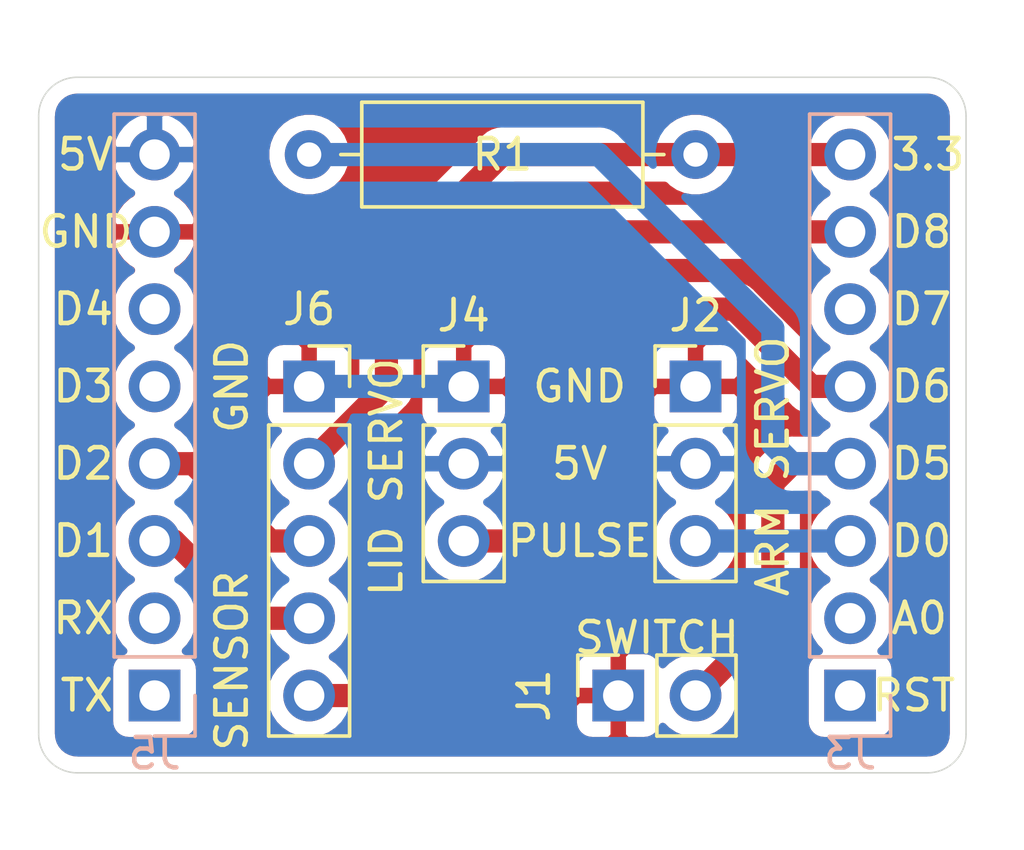
<source format=kicad_pcb>
(kicad_pcb (version 20171130) (host pcbnew "(5.1.10)-1")

  (general
    (thickness 1.6)
    (drawings 28)
    (tracks 34)
    (zones 0)
    (modules 7)
    (nets 17)
  )

  (page A4)
  (layers
    (0 F.Cu signal)
    (31 B.Cu signal)
    (32 B.Adhes user)
    (33 F.Adhes user)
    (34 B.Paste user)
    (35 F.Paste user)
    (36 B.SilkS user)
    (37 F.SilkS user)
    (38 B.Mask user)
    (39 F.Mask user)
    (40 Dwgs.User user)
    (41 Cmts.User user)
    (42 Eco1.User user)
    (43 Eco2.User user)
    (44 Edge.Cuts user)
    (45 Margin user)
    (46 B.CrtYd user)
    (47 F.CrtYd user)
    (48 B.Fab user)
    (49 F.Fab user)
  )

  (setup
    (last_trace_width 0.762)
    (user_trace_width 0.762)
    (trace_clearance 0.2)
    (zone_clearance 0.508)
    (zone_45_only no)
    (trace_min 0.2)
    (via_size 0.8)
    (via_drill 0.4)
    (via_min_size 0.4)
    (via_min_drill 0.3)
    (uvia_size 0.3)
    (uvia_drill 0.1)
    (uvias_allowed no)
    (uvia_min_size 0.2)
    (uvia_min_drill 0.1)
    (edge_width 0.05)
    (segment_width 0.2)
    (pcb_text_width 0.3)
    (pcb_text_size 1.5 1.5)
    (mod_edge_width 0.12)
    (mod_text_size 1 1)
    (mod_text_width 0.15)
    (pad_size 1.524 1.524)
    (pad_drill 0.762)
    (pad_to_mask_clearance 0)
    (aux_axis_origin 0 0)
    (visible_elements FFFFFF7F)
    (pcbplotparams
      (layerselection 0x010c0_ffffffff)
      (usegerberextensions false)
      (usegerberattributes true)
      (usegerberadvancedattributes true)
      (creategerberjobfile true)
      (excludeedgelayer true)
      (linewidth 0.100000)
      (plotframeref false)
      (viasonmask false)
      (mode 1)
      (useauxorigin false)
      (hpglpennumber 1)
      (hpglpenspeed 20)
      (hpglpendiameter 15.000000)
      (psnegative false)
      (psa4output false)
      (plotreference true)
      (plotvalue true)
      (plotinvisibletext false)
      (padsonsilk false)
      (subtractmaskfromsilk false)
      (outputformat 1)
      (mirror false)
      (drillshape 0)
      (scaleselection 1)
      (outputdirectory "Gerbers/"))
  )

  (net 0 "")
  (net 1 /D5)
  (net 2 GND)
  (net 3 /D0)
  (net 4 +5V)
  (net 5 +3V3)
  (net 6 /D8)
  (net 7 /D7)
  (net 8 /D6)
  (net 9 /A0)
  (net 10 /RST)
  (net 11 /D4)
  (net 12 /D3)
  (net 13 /D2)
  (net 14 /D1)
  (net 15 /RX)
  (net 16 /TX)

  (net_class Default "This is the default net class."
    (clearance 0.2)
    (trace_width 0.25)
    (via_dia 0.8)
    (via_drill 0.4)
    (uvia_dia 0.3)
    (uvia_drill 0.1)
    (add_net +3V3)
    (add_net +5V)
    (add_net /A0)
    (add_net /D0)
    (add_net /D1)
    (add_net /D2)
    (add_net /D3)
    (add_net /D4)
    (add_net /D5)
    (add_net /D6)
    (add_net /D7)
    (add_net /D8)
    (add_net /RST)
    (add_net /RX)
    (add_net /TX)
    (add_net GND)
  )

  (module Connector_PinSocket_2.54mm:PinSocket_1x05_P2.54mm_Vertical (layer F.Cu) (tedit 5A19A420) (tstamp 613440D8)
    (at 43.18 78.74)
    (descr "Through hole straight socket strip, 1x05, 2.54mm pitch, single row (from Kicad 4.0.7), script generated")
    (tags "Through hole socket strip THT 1x05 2.54mm single row")
    (path /61349C3D)
    (fp_text reference J6 (at 0 -2.54) (layer F.SilkS)
      (effects (font (size 1 1) (thickness 0.15)))
    )
    (fp_text value SENSOR (at -2.54 12.065 90) (layer F.SilkS)
      (effects (font (size 1 1) (thickness 0.15)) (justify left))
    )
    (fp_text user %R (at 0 5.08 90) (layer F.Fab)
      (effects (font (size 1 1) (thickness 0.15)))
    )
    (fp_line (start -1.27 -1.27) (end 0.635 -1.27) (layer F.Fab) (width 0.1))
    (fp_line (start 0.635 -1.27) (end 1.27 -0.635) (layer F.Fab) (width 0.1))
    (fp_line (start 1.27 -0.635) (end 1.27 11.43) (layer F.Fab) (width 0.1))
    (fp_line (start 1.27 11.43) (end -1.27 11.43) (layer F.Fab) (width 0.1))
    (fp_line (start -1.27 11.43) (end -1.27 -1.27) (layer F.Fab) (width 0.1))
    (fp_line (start -1.33 1.27) (end 1.33 1.27) (layer F.SilkS) (width 0.12))
    (fp_line (start -1.33 1.27) (end -1.33 11.49) (layer F.SilkS) (width 0.12))
    (fp_line (start -1.33 11.49) (end 1.33 11.49) (layer F.SilkS) (width 0.12))
    (fp_line (start 1.33 1.27) (end 1.33 11.49) (layer F.SilkS) (width 0.12))
    (fp_line (start 1.33 -1.33) (end 1.33 0) (layer F.SilkS) (width 0.12))
    (fp_line (start 0 -1.33) (end 1.33 -1.33) (layer F.SilkS) (width 0.12))
    (fp_line (start -1.8 -1.8) (end 1.75 -1.8) (layer F.CrtYd) (width 0.05))
    (fp_line (start 1.75 -1.8) (end 1.75 11.9) (layer F.CrtYd) (width 0.05))
    (fp_line (start 1.75 11.9) (end -1.8 11.9) (layer F.CrtYd) (width 0.05))
    (fp_line (start -1.8 11.9) (end -1.8 -1.8) (layer F.CrtYd) (width 0.05))
    (pad 5 thru_hole oval (at 0 10.16) (size 1.7 1.7) (drill 1) (layers *.Cu *.Mask)
      (net 8 /D6))
    (pad 4 thru_hole oval (at 0 7.62) (size 1.7 1.7) (drill 1) (layers *.Cu *.Mask)
      (net 14 /D1))
    (pad 3 thru_hole oval (at 0 5.08) (size 1.7 1.7) (drill 1) (layers *.Cu *.Mask)
      (net 13 /D2))
    (pad 2 thru_hole oval (at 0 2.54) (size 1.7 1.7) (drill 1) (layers *.Cu *.Mask)
      (net 5 +3V3))
    (pad 1 thru_hole rect (at 0 0) (size 1.7 1.7) (drill 1) (layers *.Cu *.Mask)
      (net 2 GND))
    (model ${KISYS3DMOD}/Connector_PinSocket_2.54mm.3dshapes/PinSocket_1x05_P2.54mm_Vertical.wrl
      (at (xyz 0 0 0))
      (scale (xyz 1 1 1))
      (rotate (xyz 0 0 0))
    )
  )

  (module Resistor_THT:R_Axial_DIN0309_L9.0mm_D3.2mm_P12.70mm_Horizontal (layer F.Cu) (tedit 5AE5139B) (tstamp 613440EF)
    (at 43.18 71.12)
    (descr "Resistor, Axial_DIN0309 series, Axial, Horizontal, pin pitch=12.7mm, 0.5W = 1/2W, length*diameter=9*3.2mm^2, http://cdn-reichelt.de/documents/datenblatt/B400/1_4W%23YAG.pdf")
    (tags "Resistor Axial_DIN0309 series Axial Horizontal pin pitch 12.7mm 0.5W = 1/2W length 9mm diameter 3.2mm")
    (path /613487C4)
    (fp_text reference R1 (at 6.35 0) (layer F.SilkS)
      (effects (font (size 1 1) (thickness 0.15)))
    )
    (fp_text value 1K (at 6.35 2.72) (layer F.Fab)
      (effects (font (size 1 1) (thickness 0.15)))
    )
    (fp_text user %R (at 6.35 0) (layer F.Fab)
      (effects (font (size 1 1) (thickness 0.15)))
    )
    (fp_line (start 1.85 -1.6) (end 1.85 1.6) (layer F.Fab) (width 0.1))
    (fp_line (start 1.85 1.6) (end 10.85 1.6) (layer F.Fab) (width 0.1))
    (fp_line (start 10.85 1.6) (end 10.85 -1.6) (layer F.Fab) (width 0.1))
    (fp_line (start 10.85 -1.6) (end 1.85 -1.6) (layer F.Fab) (width 0.1))
    (fp_line (start 0 0) (end 1.85 0) (layer F.Fab) (width 0.1))
    (fp_line (start 12.7 0) (end 10.85 0) (layer F.Fab) (width 0.1))
    (fp_line (start 1.73 -1.72) (end 1.73 1.72) (layer F.SilkS) (width 0.12))
    (fp_line (start 1.73 1.72) (end 10.97 1.72) (layer F.SilkS) (width 0.12))
    (fp_line (start 10.97 1.72) (end 10.97 -1.72) (layer F.SilkS) (width 0.12))
    (fp_line (start 10.97 -1.72) (end 1.73 -1.72) (layer F.SilkS) (width 0.12))
    (fp_line (start 1.04 0) (end 1.73 0) (layer F.SilkS) (width 0.12))
    (fp_line (start 11.66 0) (end 10.97 0) (layer F.SilkS) (width 0.12))
    (fp_line (start -1.05 -1.85) (end -1.05 1.85) (layer F.CrtYd) (width 0.05))
    (fp_line (start -1.05 1.85) (end 13.75 1.85) (layer F.CrtYd) (width 0.05))
    (fp_line (start 13.75 1.85) (end 13.75 -1.85) (layer F.CrtYd) (width 0.05))
    (fp_line (start 13.75 -1.85) (end -1.05 -1.85) (layer F.CrtYd) (width 0.05))
    (pad 2 thru_hole oval (at 12.7 0) (size 1.6 1.6) (drill 0.8) (layers *.Cu *.Mask)
      (net 5 +3V3))
    (pad 1 thru_hole circle (at 0 0) (size 1.6 1.6) (drill 0.8) (layers *.Cu *.Mask)
      (net 1 /D5))
    (model ${KISYS3DMOD}/Resistor_THT.3dshapes/R_Axial_DIN0309_L9.0mm_D3.2mm_P12.70mm_Horizontal.wrl
      (at (xyz 0 0 0))
      (scale (xyz 1 1 1))
      (rotate (xyz 0 0 0))
    )
  )

  (module Connector_PinSocket_2.54mm:PinSocket_1x08_P2.54mm_Vertical (layer B.Cu) (tedit 5A19A420) (tstamp 61344F74)
    (at 38.1 88.9)
    (descr "Through hole straight socket strip, 1x08, 2.54mm pitch, single row (from Kicad 4.0.7), script generated")
    (tags "Through hole socket strip THT 1x08 2.54mm single row")
    (path /6133E6A1)
    (fp_text reference J5 (at 0 1.905) (layer B.SilkS)
      (effects (font (size 1 1) (thickness 0.15)) (justify mirror))
    )
    (fp_text value Conn_01x08 (at 0 -20.55) (layer B.Fab) hide
      (effects (font (size 1 1) (thickness 0.15)) (justify mirror))
    )
    (fp_text user %R (at 0 -8.89 -90) (layer B.Fab)
      (effects (font (size 1 1) (thickness 0.15)) (justify mirror))
    )
    (fp_line (start -1.27 1.27) (end 0.635 1.27) (layer B.Fab) (width 0.1))
    (fp_line (start 0.635 1.27) (end 1.27 0.635) (layer B.Fab) (width 0.1))
    (fp_line (start 1.27 0.635) (end 1.27 -19.05) (layer B.Fab) (width 0.1))
    (fp_line (start 1.27 -19.05) (end -1.27 -19.05) (layer B.Fab) (width 0.1))
    (fp_line (start -1.27 -19.05) (end -1.27 1.27) (layer B.Fab) (width 0.1))
    (fp_line (start -1.33 -1.27) (end 1.33 -1.27) (layer B.SilkS) (width 0.12))
    (fp_line (start -1.33 -1.27) (end -1.33 -19.11) (layer B.SilkS) (width 0.12))
    (fp_line (start -1.33 -19.11) (end 1.33 -19.11) (layer B.SilkS) (width 0.12))
    (fp_line (start 1.33 -1.27) (end 1.33 -19.11) (layer B.SilkS) (width 0.12))
    (fp_line (start 1.33 1.33) (end 1.33 0) (layer B.SilkS) (width 0.12))
    (fp_line (start 0 1.33) (end 1.33 1.33) (layer B.SilkS) (width 0.12))
    (fp_line (start -1.8 1.8) (end 1.75 1.8) (layer B.CrtYd) (width 0.05))
    (fp_line (start 1.75 1.8) (end 1.75 -19.55) (layer B.CrtYd) (width 0.05))
    (fp_line (start 1.75 -19.55) (end -1.8 -19.55) (layer B.CrtYd) (width 0.05))
    (fp_line (start -1.8 -19.55) (end -1.8 1.8) (layer B.CrtYd) (width 0.05))
    (pad 8 thru_hole oval (at 0 -17.78) (size 1.7 1.7) (drill 1) (layers *.Cu *.Mask)
      (net 4 +5V))
    (pad 7 thru_hole oval (at 0 -15.24) (size 1.7 1.7) (drill 1) (layers *.Cu *.Mask)
      (net 2 GND))
    (pad 6 thru_hole oval (at 0 -12.7) (size 1.7 1.7) (drill 1) (layers *.Cu *.Mask)
      (net 11 /D4))
    (pad 5 thru_hole oval (at 0 -10.16) (size 1.7 1.7) (drill 1) (layers *.Cu *.Mask)
      (net 12 /D3))
    (pad 4 thru_hole oval (at 0 -7.62) (size 1.7 1.7) (drill 1) (layers *.Cu *.Mask)
      (net 13 /D2))
    (pad 3 thru_hole oval (at 0 -5.08) (size 1.7 1.7) (drill 1) (layers *.Cu *.Mask)
      (net 14 /D1))
    (pad 2 thru_hole oval (at 0 -2.54) (size 1.7 1.7) (drill 1) (layers *.Cu *.Mask)
      (net 15 /RX))
    (pad 1 thru_hole rect (at 0 0) (size 1.7 1.7) (drill 1) (layers *.Cu *.Mask)
      (net 16 /TX))
    (model ${KISYS3DMOD}/Connector_PinSocket_2.54mm.3dshapes/PinSocket_1x08_P2.54mm_Vertical.wrl
      (at (xyz 0 0 0))
      (scale (xyz 1 1 1))
      (rotate (xyz 0 0 0))
    )
  )

  (module Connector_PinHeader_2.54mm:PinHeader_1x03_P2.54mm_Vertical (layer F.Cu) (tedit 59FED5CC) (tstamp 61345839)
    (at 48.26 78.74)
    (descr "Through hole straight pin header, 1x03, 2.54mm pitch, single row")
    (tags "Through hole pin header THT 1x03 2.54mm single row")
    (path /61349308)
    (fp_text reference J4 (at 0 -2.33) (layer F.SilkS)
      (effects (font (size 1 1) (thickness 0.15)))
    )
    (fp_text value "LID SERVO" (at -2.54 6.985 90) (layer F.SilkS)
      (effects (font (size 1 1) (thickness 0.15)) (justify left))
    )
    (fp_text user %R (at 0 2.54 90) (layer F.Fab)
      (effects (font (size 1 1) (thickness 0.15)))
    )
    (fp_line (start -0.635 -1.27) (end 1.27 -1.27) (layer F.Fab) (width 0.1))
    (fp_line (start 1.27 -1.27) (end 1.27 6.35) (layer F.Fab) (width 0.1))
    (fp_line (start 1.27 6.35) (end -1.27 6.35) (layer F.Fab) (width 0.1))
    (fp_line (start -1.27 6.35) (end -1.27 -0.635) (layer F.Fab) (width 0.1))
    (fp_line (start -1.27 -0.635) (end -0.635 -1.27) (layer F.Fab) (width 0.1))
    (fp_line (start -1.33 6.41) (end 1.33 6.41) (layer F.SilkS) (width 0.12))
    (fp_line (start -1.33 1.27) (end -1.33 6.41) (layer F.SilkS) (width 0.12))
    (fp_line (start 1.33 1.27) (end 1.33 6.41) (layer F.SilkS) (width 0.12))
    (fp_line (start -1.33 1.27) (end 1.33 1.27) (layer F.SilkS) (width 0.12))
    (fp_line (start -1.33 0) (end -1.33 -1.33) (layer F.SilkS) (width 0.12))
    (fp_line (start -1.33 -1.33) (end 0 -1.33) (layer F.SilkS) (width 0.12))
    (fp_line (start -1.8 -1.8) (end -1.8 6.85) (layer F.CrtYd) (width 0.05))
    (fp_line (start -1.8 6.85) (end 1.8 6.85) (layer F.CrtYd) (width 0.05))
    (fp_line (start 1.8 6.85) (end 1.8 -1.8) (layer F.CrtYd) (width 0.05))
    (fp_line (start 1.8 -1.8) (end -1.8 -1.8) (layer F.CrtYd) (width 0.05))
    (pad 3 thru_hole oval (at 0 5.08) (size 1.7 1.7) (drill 1) (layers *.Cu *.Mask)
      (net 6 /D8))
    (pad 2 thru_hole oval (at 0 2.54) (size 1.7 1.7) (drill 1) (layers *.Cu *.Mask)
      (net 4 +5V))
    (pad 1 thru_hole rect (at 0 0) (size 1.7 1.7) (drill 1) (layers *.Cu *.Mask)
      (net 2 GND))
    (model ${KISYS3DMOD}/Connector_PinHeader_2.54mm.3dshapes/PinHeader_1x03_P2.54mm_Vertical.wrl
      (at (xyz 0 0 0))
      (scale (xyz 1 1 1))
      (rotate (xyz 0 0 0))
    )
  )

  (module Connector_PinSocket_2.54mm:PinSocket_1x08_P2.54mm_Vertical (layer B.Cu) (tedit 5A19A420) (tstamp 6134408E)
    (at 60.96 88.9)
    (descr "Through hole straight socket strip, 1x08, 2.54mm pitch, single row (from Kicad 4.0.7), script generated")
    (tags "Through hole socket strip THT 1x08 2.54mm single row")
    (path /6133DCF3)
    (fp_text reference J3 (at 0 1.905) (layer B.SilkS)
      (effects (font (size 1 1) (thickness 0.15)) (justify mirror))
    )
    (fp_text value Conn_01x08 (at 0 -20.55) (layer B.Fab) hide
      (effects (font (size 1 1) (thickness 0.15)) (justify mirror))
    )
    (fp_text user %R (at 0 -8.89 -90) (layer B.Fab)
      (effects (font (size 1 1) (thickness 0.15)) (justify mirror))
    )
    (fp_line (start -1.27 1.27) (end 0.635 1.27) (layer B.Fab) (width 0.1))
    (fp_line (start 0.635 1.27) (end 1.27 0.635) (layer B.Fab) (width 0.1))
    (fp_line (start 1.27 0.635) (end 1.27 -19.05) (layer B.Fab) (width 0.1))
    (fp_line (start 1.27 -19.05) (end -1.27 -19.05) (layer B.Fab) (width 0.1))
    (fp_line (start -1.27 -19.05) (end -1.27 1.27) (layer B.Fab) (width 0.1))
    (fp_line (start -1.33 -1.27) (end 1.33 -1.27) (layer B.SilkS) (width 0.12))
    (fp_line (start -1.33 -1.27) (end -1.33 -19.11) (layer B.SilkS) (width 0.12))
    (fp_line (start -1.33 -19.11) (end 1.33 -19.11) (layer B.SilkS) (width 0.12))
    (fp_line (start 1.33 -1.27) (end 1.33 -19.11) (layer B.SilkS) (width 0.12))
    (fp_line (start 1.33 1.33) (end 1.33 0) (layer B.SilkS) (width 0.12))
    (fp_line (start 0 1.33) (end 1.33 1.33) (layer B.SilkS) (width 0.12))
    (fp_line (start -1.8 1.8) (end 1.75 1.8) (layer B.CrtYd) (width 0.05))
    (fp_line (start 1.75 1.8) (end 1.75 -19.55) (layer B.CrtYd) (width 0.05))
    (fp_line (start 1.75 -19.55) (end -1.8 -19.55) (layer B.CrtYd) (width 0.05))
    (fp_line (start -1.8 -19.55) (end -1.8 1.8) (layer B.CrtYd) (width 0.05))
    (pad 8 thru_hole oval (at 0 -17.78) (size 1.7 1.7) (drill 1) (layers *.Cu *.Mask)
      (net 5 +3V3))
    (pad 7 thru_hole oval (at 0 -15.24) (size 1.7 1.7) (drill 1) (layers *.Cu *.Mask)
      (net 6 /D8))
    (pad 6 thru_hole oval (at 0 -12.7) (size 1.7 1.7) (drill 1) (layers *.Cu *.Mask)
      (net 7 /D7))
    (pad 5 thru_hole oval (at 0 -10.16) (size 1.7 1.7) (drill 1) (layers *.Cu *.Mask)
      (net 8 /D6))
    (pad 4 thru_hole oval (at 0 -7.62) (size 1.7 1.7) (drill 1) (layers *.Cu *.Mask)
      (net 1 /D5))
    (pad 3 thru_hole oval (at 0 -5.08) (size 1.7 1.7) (drill 1) (layers *.Cu *.Mask)
      (net 3 /D0))
    (pad 2 thru_hole oval (at 0 -2.54) (size 1.7 1.7) (drill 1) (layers *.Cu *.Mask)
      (net 9 /A0))
    (pad 1 thru_hole rect (at 0 0) (size 1.7 1.7) (drill 1) (layers *.Cu *.Mask)
      (net 10 /RST))
    (model ${KISYS3DMOD}/Connector_PinSocket_2.54mm.3dshapes/PinSocket_1x08_P2.54mm_Vertical.wrl
      (at (xyz 0 0 0))
      (scale (xyz 1 1 1))
      (rotate (xyz 0 0 0))
    )
  )

  (module Connector_PinHeader_2.54mm:PinHeader_1x03_P2.54mm_Vertical (layer F.Cu) (tedit 59FED5CC) (tstamp 61344317)
    (at 55.88 78.74)
    (descr "Through hole straight pin header, 1x03, 2.54mm pitch, single row")
    (tags "Through hole pin header THT 1x03 2.54mm single row")
    (path /61348DED)
    (fp_text reference J2 (at 0 -2.33) (layer F.SilkS)
      (effects (font (size 1 1) (thickness 0.15)))
    )
    (fp_text value "ARM SERVO" (at 2.54 6.985 90) (layer F.SilkS)
      (effects (font (size 1 1) (thickness 0.15)) (justify left))
    )
    (fp_text user %R (at 0 2.54 90) (layer F.Fab)
      (effects (font (size 1 1) (thickness 0.15)))
    )
    (fp_line (start -0.635 -1.27) (end 1.27 -1.27) (layer F.Fab) (width 0.1))
    (fp_line (start 1.27 -1.27) (end 1.27 6.35) (layer F.Fab) (width 0.1))
    (fp_line (start 1.27 6.35) (end -1.27 6.35) (layer F.Fab) (width 0.1))
    (fp_line (start -1.27 6.35) (end -1.27 -0.635) (layer F.Fab) (width 0.1))
    (fp_line (start -1.27 -0.635) (end -0.635 -1.27) (layer F.Fab) (width 0.1))
    (fp_line (start -1.33 6.41) (end 1.33 6.41) (layer F.SilkS) (width 0.12))
    (fp_line (start -1.33 1.27) (end -1.33 6.41) (layer F.SilkS) (width 0.12))
    (fp_line (start 1.33 1.27) (end 1.33 6.41) (layer F.SilkS) (width 0.12))
    (fp_line (start -1.33 1.27) (end 1.33 1.27) (layer F.SilkS) (width 0.12))
    (fp_line (start -1.33 0) (end -1.33 -1.33) (layer F.SilkS) (width 0.12))
    (fp_line (start -1.33 -1.33) (end 0 -1.33) (layer F.SilkS) (width 0.12))
    (fp_line (start -1.8 -1.8) (end -1.8 6.85) (layer F.CrtYd) (width 0.05))
    (fp_line (start -1.8 6.85) (end 1.8 6.85) (layer F.CrtYd) (width 0.05))
    (fp_line (start 1.8 6.85) (end 1.8 -1.8) (layer F.CrtYd) (width 0.05))
    (fp_line (start 1.8 -1.8) (end -1.8 -1.8) (layer F.CrtYd) (width 0.05))
    (pad 3 thru_hole oval (at 0 5.08) (size 1.7 1.7) (drill 1) (layers *.Cu *.Mask)
      (net 3 /D0))
    (pad 2 thru_hole oval (at 0 2.54) (size 1.7 1.7) (drill 1) (layers *.Cu *.Mask)
      (net 4 +5V))
    (pad 1 thru_hole rect (at 0 0) (size 1.7 1.7) (drill 1) (layers *.Cu *.Mask)
      (net 2 GND))
    (model ${KISYS3DMOD}/Connector_PinHeader_2.54mm.3dshapes/PinHeader_1x03_P2.54mm_Vertical.wrl
      (at (xyz 0 0 0))
      (scale (xyz 1 1 1))
      (rotate (xyz 0 0 0))
    )
  )

  (module Connector_PinSocket_2.54mm:PinSocket_1x02_P2.54mm_Vertical (layer F.Cu) (tedit 5A19A420) (tstamp 613451D6)
    (at 53.34 88.9 90)
    (descr "Through hole straight socket strip, 1x02, 2.54mm pitch, single row (from Kicad 4.0.7), script generated")
    (tags "Through hole socket strip THT 1x02 2.54mm single row")
    (path /61348B9B)
    (fp_text reference J1 (at 0 -2.77 90) (layer F.SilkS)
      (effects (font (size 1 1) (thickness 0.15)))
    )
    (fp_text value SWITCH (at 1.905 1.27 180) (layer F.SilkS)
      (effects (font (size 1 1) (thickness 0.15)))
    )
    (fp_text user %R (at 0 1.27) (layer F.Fab)
      (effects (font (size 1 1) (thickness 0.15)))
    )
    (fp_line (start -1.27 -1.27) (end 0.635 -1.27) (layer F.Fab) (width 0.1))
    (fp_line (start 0.635 -1.27) (end 1.27 -0.635) (layer F.Fab) (width 0.1))
    (fp_line (start 1.27 -0.635) (end 1.27 3.81) (layer F.Fab) (width 0.1))
    (fp_line (start 1.27 3.81) (end -1.27 3.81) (layer F.Fab) (width 0.1))
    (fp_line (start -1.27 3.81) (end -1.27 -1.27) (layer F.Fab) (width 0.1))
    (fp_line (start -1.33 1.27) (end 1.33 1.27) (layer F.SilkS) (width 0.12))
    (fp_line (start -1.33 1.27) (end -1.33 3.87) (layer F.SilkS) (width 0.12))
    (fp_line (start -1.33 3.87) (end 1.33 3.87) (layer F.SilkS) (width 0.12))
    (fp_line (start 1.33 1.27) (end 1.33 3.87) (layer F.SilkS) (width 0.12))
    (fp_line (start 1.33 -1.33) (end 1.33 0) (layer F.SilkS) (width 0.12))
    (fp_line (start 0 -1.33) (end 1.33 -1.33) (layer F.SilkS) (width 0.12))
    (fp_line (start -1.8 -1.8) (end 1.75 -1.8) (layer F.CrtYd) (width 0.05))
    (fp_line (start 1.75 -1.8) (end 1.75 4.3) (layer F.CrtYd) (width 0.05))
    (fp_line (start 1.75 4.3) (end -1.8 4.3) (layer F.CrtYd) (width 0.05))
    (fp_line (start -1.8 4.3) (end -1.8 -1.8) (layer F.CrtYd) (width 0.05))
    (pad 2 thru_hole oval (at 0 2.54 90) (size 1.7 1.7) (drill 1) (layers *.Cu *.Mask)
      (net 1 /D5))
    (pad 1 thru_hole rect (at 0 0 90) (size 1.7 1.7) (drill 1) (layers *.Cu *.Mask)
      (net 2 GND))
    (model ${KISYS3DMOD}/Connector_PinSocket_2.54mm.3dshapes/PinSocket_1x02_P2.54mm_Vertical.wrl
      (at (xyz 0 0 0))
      (scale (xyz 1 1 1))
      (rotate (xyz 0 0 0))
    )
  )

  (gr_text "GND\n" (at 40.64 78.74 90) (layer F.SilkS) (tstamp 61345BC5)
    (effects (font (size 1 1) (thickness 0.15)))
  )
  (gr_text PULSE (at 52.07 83.82) (layer F.SilkS) (tstamp 61345B0C)
    (effects (font (size 1 1) (thickness 0.15)))
  )
  (gr_text 5V (at 52.07 81.28) (layer F.SilkS) (tstamp 61345B08)
    (effects (font (size 1 1) (thickness 0.15)))
  )
  (gr_text "GND\n" (at 52.07 78.74) (layer F.SilkS) (tstamp 61345B00)
    (effects (font (size 1 1) (thickness 0.15)))
  )
  (gr_line (start 34.29 90.17) (end 34.29 69.85) (layer Edge.Cuts) (width 0.05) (tstamp 613459B4))
  (gr_line (start 64.77 69.85) (end 64.77 90.17) (layer Edge.Cuts) (width 0.05) (tstamp 613459B3))
  (gr_arc (start 63.5 69.85) (end 64.77 69.85) (angle -90) (layer Edge.Cuts) (width 0.05))
  (gr_arc (start 35.56 69.85) (end 35.56 68.58) (angle -90) (layer Edge.Cuts) (width 0.05))
  (gr_arc (start 63.5 90.17) (end 63.5 91.44) (angle -90) (layer Edge.Cuts) (width 0.05))
  (gr_arc (start 35.56 90.17) (end 34.29 90.17) (angle -90) (layer Edge.Cuts) (width 0.05))
  (gr_text RST (at 61.595 88.9) (layer F.SilkS) (tstamp 6134591D)
    (effects (font (size 1 1) (thickness 0.15)) (justify left))
  )
  (gr_text A0 (at 62.23 86.36) (layer F.SilkS) (tstamp 6134591D)
    (effects (font (size 1 1) (thickness 0.15)) (justify left))
  )
  (gr_text D0 (at 62.23 83.82) (layer F.SilkS) (tstamp 6134591D)
    (effects (font (size 1 1) (thickness 0.15)) (justify left))
  )
  (gr_text D5 (at 62.23 81.28) (layer F.SilkS) (tstamp 6134591D)
    (effects (font (size 1 1) (thickness 0.15)) (justify left))
  )
  (gr_text D6 (at 62.23 78.74) (layer F.SilkS) (tstamp 6134591D)
    (effects (font (size 1 1) (thickness 0.15)) (justify left))
  )
  (gr_text "D7\n" (at 62.23 76.2) (layer F.SilkS) (tstamp 6134591D)
    (effects (font (size 1 1) (thickness 0.15)) (justify left))
  )
  (gr_text D8 (at 62.23 73.66) (layer F.SilkS) (tstamp 61345917)
    (effects (font (size 1 1) (thickness 0.15)) (justify left))
  )
  (gr_text "3.3\n" (at 62.23 71.12) (layer F.SilkS) (tstamp 6134590D)
    (effects (font (size 1 1) (thickness 0.15)) (justify left))
  )
  (gr_text TX (at 36.83 88.9) (layer F.SilkS) (tstamp 613458F6)
    (effects (font (size 1 1) (thickness 0.15)) (justify right))
  )
  (gr_text RX (at 36.83 86.36) (layer F.SilkS) (tstamp 613458F6)
    (effects (font (size 1 1) (thickness 0.15)) (justify right))
  )
  (gr_text "D1\n" (at 36.83 83.82) (layer F.SilkS) (tstamp 613458F6)
    (effects (font (size 1 1) (thickness 0.15)) (justify right))
  )
  (gr_text "D2\n" (at 36.83 81.28) (layer F.SilkS) (tstamp 613458F6)
    (effects (font (size 1 1) (thickness 0.15)) (justify right))
  )
  (gr_text D3 (at 36.83 78.74) (layer F.SilkS) (tstamp 613458F6)
    (effects (font (size 1 1) (thickness 0.15)) (justify right))
  )
  (gr_text D4 (at 36.83 76.2) (layer F.SilkS) (tstamp 613458F0)
    (effects (font (size 1 1) (thickness 0.15)) (justify right))
  )
  (gr_text "GND\n" (at 37.465 73.66) (layer F.SilkS)
    (effects (font (size 1 1) (thickness 0.15)) (justify right))
  )
  (gr_text 5V (at 36.83 71.12) (layer F.SilkS)
    (effects (font (size 1 1) (thickness 0.15)) (justify right))
  )
  (gr_line (start 63.5 68.58) (end 35.56 68.58) (layer Edge.Cuts) (width 0.05) (tstamp 61345377))
  (gr_line (start 35.56 91.44) (end 63.5 91.44) (layer Edge.Cuts) (width 0.05))

  (segment (start 59.055 81.28) (end 60.96 81.28) (width 0.762) (layer F.Cu) (net 1))
  (segment (start 58.42 81.915) (end 59.055 81.28) (width 0.762) (layer F.Cu) (net 1))
  (segment (start 58.42 86.36) (end 58.42 81.915) (width 0.762) (layer F.Cu) (net 1))
  (segment (start 55.88 88.9) (end 58.42 86.36) (width 0.762) (layer F.Cu) (net 1))
  (segment (start 59.055 81.28) (end 60.96 81.28) (width 0.762) (layer B.Cu) (net 1))
  (segment (start 58.42 80.645) (end 59.055 81.28) (width 0.762) (layer B.Cu) (net 1))
  (segment (start 52.705 71.12) (end 58.42 76.835) (width 0.762) (layer B.Cu) (net 1))
  (segment (start 58.42 76.835) (end 58.42 80.645) (width 0.762) (layer B.Cu) (net 1))
  (segment (start 43.18 71.12) (end 52.705 71.12) (width 0.762) (layer B.Cu) (net 1))
  (segment (start 43.18 78.74) (end 48.26 78.74) (width 0.762) (layer B.Cu) (net 2))
  (segment (start 55.88 83.82) (end 60.96 83.82) (width 0.762) (layer B.Cu) (net 3))
  (segment (start 60.96 71.12) (end 55.88 71.12) (width 0.762) (layer F.Cu) (net 5))
  (segment (start 49.53 71.12) (end 55.88 71.12) (width 0.762) (layer F.Cu) (net 5))
  (segment (start 45.72 74.93) (end 49.53 71.12) (width 0.762) (layer F.Cu) (net 5))
  (segment (start 45.72 78.74) (end 45.72 74.93) (width 0.762) (layer F.Cu) (net 5))
  (segment (start 43.18 81.28) (end 45.72 78.74) (width 0.762) (layer F.Cu) (net 5))
  (segment (start 52.07 73.66) (end 60.96 73.66) (width 0.762) (layer F.Cu) (net 6))
  (segment (start 50.8 74.93) (end 52.07 73.66) (width 0.762) (layer F.Cu) (net 6))
  (segment (start 50.8 83.185) (end 50.8 74.93) (width 0.762) (layer F.Cu) (net 6))
  (segment (start 50.165 83.82) (end 50.8 83.185) (width 0.762) (layer F.Cu) (net 6))
  (segment (start 48.26 83.82) (end 50.165 83.82) (width 0.762) (layer F.Cu) (net 6))
  (segment (start 59.69 78.74) (end 60.96 78.74) (width 0.762) (layer F.Cu) (net 8))
  (segment (start 54.61 76.2) (end 57.15 76.2) (width 0.762) (layer F.Cu) (net 8))
  (segment (start 57.15 76.2) (end 59.69 78.74) (width 0.762) (layer F.Cu) (net 8))
  (segment (start 53.34 77.47) (end 54.61 76.2) (width 0.762) (layer F.Cu) (net 8))
  (segment (start 48.895 88.9) (end 53.34 84.455) (width 0.762) (layer F.Cu) (net 8))
  (segment (start 53.34 84.455) (end 53.34 77.47) (width 0.762) (layer F.Cu) (net 8))
  (segment (start 43.18 88.9) (end 48.895 88.9) (width 0.762) (layer F.Cu) (net 8))
  (segment (start 39.37 81.28) (end 38.1 81.28) (width 0.762) (layer F.Cu) (net 13))
  (segment (start 41.91 83.82) (end 39.37 81.28) (width 0.762) (layer F.Cu) (net 13))
  (segment (start 43.18 83.82) (end 41.91 83.82) (width 0.762) (layer F.Cu) (net 13))
  (segment (start 38.735 83.82) (end 38.1 83.82) (width 0.762) (layer F.Cu) (net 14))
  (segment (start 41.275 86.36) (end 38.735 83.82) (width 0.762) (layer F.Cu) (net 14))
  (segment (start 43.18 86.36) (end 41.275 86.36) (width 0.762) (layer F.Cu) (net 14))

  (zone (net 2) (net_name GND) (layer F.Cu) (tstamp 61346221) (hatch edge 0.508)
    (connect_pads (clearance 0.508))
    (min_thickness 0.254)
    (fill yes (arc_segments 32) (thermal_gap 0.508) (thermal_bridge_width 0.508))
    (polygon
      (pts
        (xy 66.04 93.345) (xy 33.655 93.345) (xy 33.655 66.675) (xy 66.04 66.675)
      )
    )
    (filled_polygon
      (pts
        (xy 63.617869 69.254722) (xy 63.731246 69.288953) (xy 63.835819 69.344555) (xy 63.927596 69.419407) (xy 64.003091 69.510664)
        (xy 64.059419 69.614844) (xy 64.09444 69.727976) (xy 64.11 69.876022) (xy 64.110001 90.137711) (xy 64.095278 90.287869)
        (xy 64.061047 90.401246) (xy 64.005446 90.505817) (xy 63.930594 90.597595) (xy 63.839335 90.673091) (xy 63.73516 90.729419)
        (xy 63.622024 90.76444) (xy 63.473979 90.78) (xy 35.592279 90.78) (xy 35.442131 90.765278) (xy 35.328754 90.731047)
        (xy 35.224183 90.675446) (xy 35.132405 90.600594) (xy 35.056909 90.509335) (xy 35.000581 90.40516) (xy 34.96556 90.292024)
        (xy 34.95 90.143979) (xy 34.95 88.05) (xy 36.611928 88.05) (xy 36.611928 89.75) (xy 36.624188 89.874482)
        (xy 36.660498 89.99418) (xy 36.719463 90.104494) (xy 36.798815 90.201185) (xy 36.895506 90.280537) (xy 37.00582 90.339502)
        (xy 37.125518 90.375812) (xy 37.25 90.388072) (xy 38.95 90.388072) (xy 39.074482 90.375812) (xy 39.19418 90.339502)
        (xy 39.304494 90.280537) (xy 39.401185 90.201185) (xy 39.480537 90.104494) (xy 39.539502 89.99418) (xy 39.575812 89.874482)
        (xy 39.588072 89.75) (xy 39.588072 88.05) (xy 39.575812 87.925518) (xy 39.539502 87.80582) (xy 39.480537 87.695506)
        (xy 39.401185 87.598815) (xy 39.304494 87.519463) (xy 39.19418 87.460498) (xy 39.12162 87.438487) (xy 39.253475 87.306632)
        (xy 39.41599 87.063411) (xy 39.527932 86.793158) (xy 39.585 86.50626) (xy 39.585 86.21374) (xy 39.558456 86.080297)
        (xy 40.521292 87.043133) (xy 40.553104 87.081896) (xy 40.70781 87.20886) (xy 40.884313 87.303202) (xy 41.017732 87.343674)
        (xy 41.075828 87.361298) (xy 41.095177 87.363204) (xy 41.225098 87.376) (xy 41.225105 87.376) (xy 41.274999 87.380914)
        (xy 41.324893 87.376) (xy 42.095893 87.376) (xy 42.233368 87.513475) (xy 42.40776 87.63) (xy 42.233368 87.746525)
        (xy 42.026525 87.953368) (xy 41.86401 88.196589) (xy 41.752068 88.466842) (xy 41.695 88.75374) (xy 41.695 89.04626)
        (xy 41.752068 89.333158) (xy 41.86401 89.603411) (xy 42.026525 89.846632) (xy 42.233368 90.053475) (xy 42.476589 90.21599)
        (xy 42.746842 90.327932) (xy 43.03374 90.385) (xy 43.32626 90.385) (xy 43.613158 90.327932) (xy 43.883411 90.21599)
        (xy 44.126632 90.053475) (xy 44.264107 89.916) (xy 48.845098 89.916) (xy 48.895 89.920915) (xy 48.944902 89.916)
        (xy 49.094171 89.901298) (xy 49.285687 89.843202) (xy 49.460057 89.75) (xy 51.851928 89.75) (xy 51.864188 89.874482)
        (xy 51.900498 89.99418) (xy 51.959463 90.104494) (xy 52.038815 90.201185) (xy 52.135506 90.280537) (xy 52.24582 90.339502)
        (xy 52.365518 90.375812) (xy 52.49 90.388072) (xy 53.05425 90.385) (xy 53.213 90.22625) (xy 53.213 89.027)
        (xy 52.01375 89.027) (xy 51.855 89.18575) (xy 51.851928 89.75) (xy 49.460057 89.75) (xy 49.46219 89.74886)
        (xy 49.616896 89.621896) (xy 49.648712 89.583128) (xy 51.18184 88.05) (xy 51.851928 88.05) (xy 51.855 88.61425)
        (xy 52.01375 88.773) (xy 53.213 88.773) (xy 53.213 87.57375) (xy 53.05425 87.415) (xy 52.49 87.411928)
        (xy 52.365518 87.424188) (xy 52.24582 87.460498) (xy 52.135506 87.519463) (xy 52.038815 87.598815) (xy 51.959463 87.695506)
        (xy 51.900498 87.80582) (xy 51.864188 87.925518) (xy 51.851928 88.05) (xy 51.18184 88.05) (xy 54.023133 85.208708)
        (xy 54.061896 85.176896) (xy 54.18886 85.02219) (xy 54.283202 84.845687) (xy 54.341298 84.654171) (xy 54.356 84.504902)
        (xy 54.356 84.504895) (xy 54.360914 84.455001) (xy 54.356 84.405107) (xy 54.356 79.59) (xy 54.391928 79.59)
        (xy 54.404188 79.714482) (xy 54.440498 79.83418) (xy 54.499463 79.944494) (xy 54.578815 80.041185) (xy 54.675506 80.120537)
        (xy 54.78582 80.179502) (xy 54.85838 80.201513) (xy 54.726525 80.333368) (xy 54.56401 80.576589) (xy 54.452068 80.846842)
        (xy 54.395 81.13374) (xy 54.395 81.42626) (xy 54.452068 81.713158) (xy 54.56401 81.983411) (xy 54.726525 82.226632)
        (xy 54.933368 82.433475) (xy 55.10776 82.55) (xy 54.933368 82.666525) (xy 54.726525 82.873368) (xy 54.56401 83.116589)
        (xy 54.452068 83.386842) (xy 54.395 83.67374) (xy 54.395 83.96626) (xy 54.452068 84.253158) (xy 54.56401 84.523411)
        (xy 54.726525 84.766632) (xy 54.933368 84.973475) (xy 55.176589 85.13599) (xy 55.446842 85.247932) (xy 55.73374 85.305)
        (xy 56.02626 85.305) (xy 56.313158 85.247932) (xy 56.583411 85.13599) (xy 56.826632 84.973475) (xy 57.033475 84.766632)
        (xy 57.19599 84.523411) (xy 57.307932 84.253158) (xy 57.365 83.96626) (xy 57.365 83.67374) (xy 57.307932 83.386842)
        (xy 57.19599 83.116589) (xy 57.033475 82.873368) (xy 56.826632 82.666525) (xy 56.65224 82.55) (xy 56.826632 82.433475)
        (xy 57.033475 82.226632) (xy 57.19599 81.983411) (xy 57.307932 81.713158) (xy 57.365 81.42626) (xy 57.365 81.13374)
        (xy 57.307932 80.846842) (xy 57.19599 80.576589) (xy 57.033475 80.333368) (xy 56.90162 80.201513) (xy 56.97418 80.179502)
        (xy 57.084494 80.120537) (xy 57.181185 80.041185) (xy 57.260537 79.944494) (xy 57.319502 79.83418) (xy 57.355812 79.714482)
        (xy 57.368072 79.59) (xy 57.365 79.02575) (xy 57.20625 78.867) (xy 56.007 78.867) (xy 56.007 78.887)
        (xy 55.753 78.887) (xy 55.753 78.867) (xy 54.55375 78.867) (xy 54.395 79.02575) (xy 54.391928 79.59)
        (xy 54.356 79.59) (xy 54.356 77.89084) (xy 54.395761 77.851079) (xy 54.391928 77.89) (xy 54.395 78.45425)
        (xy 54.55375 78.613) (xy 55.753 78.613) (xy 55.753 77.41375) (xy 55.59425 77.255) (xy 55.03 77.251928)
        (xy 54.99108 77.255761) (xy 55.030841 77.216) (xy 56.72916 77.216) (xy 56.768921 77.255761) (xy 56.73 77.251928)
        (xy 56.16575 77.255) (xy 56.007 77.41375) (xy 56.007 78.613) (xy 57.20625 78.613) (xy 57.365 78.45425)
        (xy 57.368072 77.89) (xy 57.364239 77.851079) (xy 58.936292 79.423133) (xy 58.968104 79.461896) (xy 59.12281 79.58886)
        (xy 59.299313 79.683202) (xy 59.402429 79.714482) (xy 59.490828 79.741298) (xy 59.510177 79.743204) (xy 59.640098 79.756)
        (xy 59.640105 79.756) (xy 59.689999 79.760914) (xy 59.739893 79.756) (xy 59.875893 79.756) (xy 60.013368 79.893475)
        (xy 60.18776 80.01) (xy 60.013368 80.126525) (xy 59.875893 80.264) (xy 59.104902 80.264) (xy 59.055 80.259085)
        (xy 59.005098 80.264) (xy 58.855829 80.278702) (xy 58.664313 80.336798) (xy 58.48781 80.43114) (xy 58.333104 80.558104)
        (xy 58.301287 80.596873) (xy 57.736868 81.161292) (xy 57.698105 81.193104) (xy 57.571141 81.34781) (xy 57.529209 81.42626)
        (xy 57.476799 81.524313) (xy 57.418702 81.71583) (xy 57.399085 81.915) (xy 57.404001 81.964912) (xy 57.404 85.939159)
        (xy 55.92816 87.415) (xy 55.73374 87.415) (xy 55.446842 87.472068) (xy 55.176589 87.58401) (xy 54.933368 87.746525)
        (xy 54.801513 87.87838) (xy 54.779502 87.80582) (xy 54.720537 87.695506) (xy 54.641185 87.598815) (xy 54.544494 87.519463)
        (xy 54.43418 87.460498) (xy 54.314482 87.424188) (xy 54.19 87.411928) (xy 53.62575 87.415) (xy 53.467 87.57375)
        (xy 53.467 88.773) (xy 53.487 88.773) (xy 53.487 89.027) (xy 53.467 89.027) (xy 53.467 90.22625)
        (xy 53.62575 90.385) (xy 54.19 90.388072) (xy 54.314482 90.375812) (xy 54.43418 90.339502) (xy 54.544494 90.280537)
        (xy 54.641185 90.201185) (xy 54.720537 90.104494) (xy 54.779502 89.99418) (xy 54.801513 89.92162) (xy 54.933368 90.053475)
        (xy 55.176589 90.21599) (xy 55.446842 90.327932) (xy 55.73374 90.385) (xy 56.02626 90.385) (xy 56.313158 90.327932)
        (xy 56.583411 90.21599) (xy 56.826632 90.053475) (xy 57.033475 89.846632) (xy 57.19599 89.603411) (xy 57.307932 89.333158)
        (xy 57.365 89.04626) (xy 57.365 88.85184) (xy 59.103135 87.113706) (xy 59.141896 87.081896) (xy 59.26886 86.92719)
        (xy 59.363202 86.750687) (xy 59.421298 86.559171) (xy 59.436 86.409902) (xy 59.436 86.409895) (xy 59.440914 86.360001)
        (xy 59.436 86.310107) (xy 59.436 82.33584) (xy 59.47584 82.296) (xy 59.875893 82.296) (xy 60.013368 82.433475)
        (xy 60.18776 82.55) (xy 60.013368 82.666525) (xy 59.806525 82.873368) (xy 59.64401 83.116589) (xy 59.532068 83.386842)
        (xy 59.475 83.67374) (xy 59.475 83.96626) (xy 59.532068 84.253158) (xy 59.64401 84.523411) (xy 59.806525 84.766632)
        (xy 60.013368 84.973475) (xy 60.18776 85.09) (xy 60.013368 85.206525) (xy 59.806525 85.413368) (xy 59.64401 85.656589)
        (xy 59.532068 85.926842) (xy 59.475 86.21374) (xy 59.475 86.50626) (xy 59.532068 86.793158) (xy 59.64401 87.063411)
        (xy 59.806525 87.306632) (xy 59.93838 87.438487) (xy 59.86582 87.460498) (xy 59.755506 87.519463) (xy 59.658815 87.598815)
        (xy 59.579463 87.695506) (xy 59.520498 87.80582) (xy 59.484188 87.925518) (xy 59.471928 88.05) (xy 59.471928 89.75)
        (xy 59.484188 89.874482) (xy 59.520498 89.99418) (xy 59.579463 90.104494) (xy 59.658815 90.201185) (xy 59.755506 90.280537)
        (xy 59.86582 90.339502) (xy 59.985518 90.375812) (xy 60.11 90.388072) (xy 61.81 90.388072) (xy 61.934482 90.375812)
        (xy 62.05418 90.339502) (xy 62.164494 90.280537) (xy 62.261185 90.201185) (xy 62.340537 90.104494) (xy 62.399502 89.99418)
        (xy 62.435812 89.874482) (xy 62.448072 89.75) (xy 62.448072 88.05) (xy 62.435812 87.925518) (xy 62.399502 87.80582)
        (xy 62.340537 87.695506) (xy 62.261185 87.598815) (xy 62.164494 87.519463) (xy 62.05418 87.460498) (xy 61.98162 87.438487)
        (xy 62.113475 87.306632) (xy 62.27599 87.063411) (xy 62.387932 86.793158) (xy 62.445 86.50626) (xy 62.445 86.21374)
        (xy 62.387932 85.926842) (xy 62.27599 85.656589) (xy 62.113475 85.413368) (xy 61.906632 85.206525) (xy 61.73224 85.09)
        (xy 61.906632 84.973475) (xy 62.113475 84.766632) (xy 62.27599 84.523411) (xy 62.387932 84.253158) (xy 62.445 83.96626)
        (xy 62.445 83.67374) (xy 62.387932 83.386842) (xy 62.27599 83.116589) (xy 62.113475 82.873368) (xy 61.906632 82.666525)
        (xy 61.73224 82.55) (xy 61.906632 82.433475) (xy 62.113475 82.226632) (xy 62.27599 81.983411) (xy 62.387932 81.713158)
        (xy 62.445 81.42626) (xy 62.445 81.13374) (xy 62.387932 80.846842) (xy 62.27599 80.576589) (xy 62.113475 80.333368)
        (xy 61.906632 80.126525) (xy 61.73224 80.01) (xy 61.906632 79.893475) (xy 62.113475 79.686632) (xy 62.27599 79.443411)
        (xy 62.387932 79.173158) (xy 62.445 78.88626) (xy 62.445 78.59374) (xy 62.387932 78.306842) (xy 62.27599 78.036589)
        (xy 62.113475 77.793368) (xy 61.906632 77.586525) (xy 61.73224 77.47) (xy 61.906632 77.353475) (xy 62.113475 77.146632)
        (xy 62.27599 76.903411) (xy 62.387932 76.633158) (xy 62.445 76.34626) (xy 62.445 76.05374) (xy 62.387932 75.766842)
        (xy 62.27599 75.496589) (xy 62.113475 75.253368) (xy 61.906632 75.046525) (xy 61.73224 74.93) (xy 61.906632 74.813475)
        (xy 62.113475 74.606632) (xy 62.27599 74.363411) (xy 62.387932 74.093158) (xy 62.445 73.80626) (xy 62.445 73.51374)
        (xy 62.387932 73.226842) (xy 62.27599 72.956589) (xy 62.113475 72.713368) (xy 61.906632 72.506525) (xy 61.73224 72.39)
        (xy 61.906632 72.273475) (xy 62.113475 72.066632) (xy 62.27599 71.823411) (xy 62.387932 71.553158) (xy 62.445 71.26626)
        (xy 62.445 70.97374) (xy 62.387932 70.686842) (xy 62.27599 70.416589) (xy 62.113475 70.173368) (xy 61.906632 69.966525)
        (xy 61.663411 69.80401) (xy 61.393158 69.692068) (xy 61.10626 69.635) (xy 60.81374 69.635) (xy 60.526842 69.692068)
        (xy 60.256589 69.80401) (xy 60.013368 69.966525) (xy 59.875893 70.104) (xy 56.893396 70.104) (xy 56.794759 70.005363)
        (xy 56.559727 69.84832) (xy 56.298574 69.740147) (xy 56.021335 69.685) (xy 55.738665 69.685) (xy 55.461426 69.740147)
        (xy 55.200273 69.84832) (xy 54.965241 70.005363) (xy 54.866604 70.104) (xy 49.579902 70.104) (xy 49.53 70.099085)
        (xy 49.480098 70.104) (xy 49.330829 70.118702) (xy 49.139313 70.176798) (xy 48.96281 70.27114) (xy 48.808104 70.398104)
        (xy 48.776292 70.436867) (xy 45.036868 74.176292) (xy 44.998105 74.208104) (xy 44.871141 74.36281) (xy 44.836874 74.42692)
        (xy 44.776799 74.539313) (xy 44.718702 74.73083) (xy 44.699085 74.93) (xy 44.704001 74.979912) (xy 44.704 78.319159)
        (xy 44.665526 78.357633) (xy 44.668072 77.89) (xy 44.655812 77.765518) (xy 44.619502 77.64582) (xy 44.560537 77.535506)
        (xy 44.481185 77.438815) (xy 44.384494 77.359463) (xy 44.27418 77.300498) (xy 44.154482 77.264188) (xy 44.03 77.251928)
        (xy 43.46575 77.255) (xy 43.307 77.41375) (xy 43.307 78.613) (xy 43.327 78.613) (xy 43.327 78.867)
        (xy 43.307 78.867) (xy 43.307 78.887) (xy 43.053 78.887) (xy 43.053 78.867) (xy 41.85375 78.867)
        (xy 41.695 79.02575) (xy 41.691928 79.59) (xy 41.704188 79.714482) (xy 41.740498 79.83418) (xy 41.799463 79.944494)
        (xy 41.878815 80.041185) (xy 41.975506 80.120537) (xy 42.08582 80.179502) (xy 42.15838 80.201513) (xy 42.026525 80.333368)
        (xy 41.86401 80.576589) (xy 41.752068 80.846842) (xy 41.695 81.13374) (xy 41.695 81.42626) (xy 41.752068 81.713158)
        (xy 41.86401 81.983411) (xy 42.026525 82.226632) (xy 42.233368 82.433475) (xy 42.40776 82.55) (xy 42.233368 82.666525)
        (xy 42.213367 82.686526) (xy 40.123712 80.596872) (xy 40.091896 80.558104) (xy 39.93719 80.43114) (xy 39.760687 80.336798)
        (xy 39.569171 80.278702) (xy 39.419902 80.264) (xy 39.37 80.259085) (xy 39.320098 80.264) (xy 39.184107 80.264)
        (xy 39.046632 80.126525) (xy 38.87224 80.01) (xy 39.046632 79.893475) (xy 39.253475 79.686632) (xy 39.41599 79.443411)
        (xy 39.527932 79.173158) (xy 39.585 78.88626) (xy 39.585 78.59374) (xy 39.527932 78.306842) (xy 39.41599 78.036589)
        (xy 39.318043 77.89) (xy 41.691928 77.89) (xy 41.695 78.45425) (xy 41.85375 78.613) (xy 43.053 78.613)
        (xy 43.053 77.41375) (xy 42.89425 77.255) (xy 42.33 77.251928) (xy 42.205518 77.264188) (xy 42.08582 77.300498)
        (xy 41.975506 77.359463) (xy 41.878815 77.438815) (xy 41.799463 77.535506) (xy 41.740498 77.64582) (xy 41.704188 77.765518)
        (xy 41.691928 77.89) (xy 39.318043 77.89) (xy 39.253475 77.793368) (xy 39.046632 77.586525) (xy 38.87224 77.47)
        (xy 39.046632 77.353475) (xy 39.253475 77.146632) (xy 39.41599 76.903411) (xy 39.527932 76.633158) (xy 39.585 76.34626)
        (xy 39.585 76.05374) (xy 39.527932 75.766842) (xy 39.41599 75.496589) (xy 39.253475 75.253368) (xy 39.046632 75.046525)
        (xy 38.864466 74.924805) (xy 38.981355 74.855178) (xy 39.197588 74.660269) (xy 39.371641 74.42692) (xy 39.496825 74.164099)
        (xy 39.541476 74.01689) (xy 39.420155 73.787) (xy 38.227 73.787) (xy 38.227 73.807) (xy 37.973 73.807)
        (xy 37.973 73.787) (xy 36.779845 73.787) (xy 36.658524 74.01689) (xy 36.703175 74.164099) (xy 36.828359 74.42692)
        (xy 37.002412 74.660269) (xy 37.218645 74.855178) (xy 37.335534 74.924805) (xy 37.153368 75.046525) (xy 36.946525 75.253368)
        (xy 36.78401 75.496589) (xy 36.672068 75.766842) (xy 36.615 76.05374) (xy 36.615 76.34626) (xy 36.672068 76.633158)
        (xy 36.78401 76.903411) (xy 36.946525 77.146632) (xy 37.153368 77.353475) (xy 37.32776 77.47) (xy 37.153368 77.586525)
        (xy 36.946525 77.793368) (xy 36.78401 78.036589) (xy 36.672068 78.306842) (xy 36.615 78.59374) (xy 36.615 78.88626)
        (xy 36.672068 79.173158) (xy 36.78401 79.443411) (xy 36.946525 79.686632) (xy 37.153368 79.893475) (xy 37.32776 80.01)
        (xy 37.153368 80.126525) (xy 36.946525 80.333368) (xy 36.78401 80.576589) (xy 36.672068 80.846842) (xy 36.615 81.13374)
        (xy 36.615 81.42626) (xy 36.672068 81.713158) (xy 36.78401 81.983411) (xy 36.946525 82.226632) (xy 37.153368 82.433475)
        (xy 37.32776 82.55) (xy 37.153368 82.666525) (xy 36.946525 82.873368) (xy 36.78401 83.116589) (xy 36.672068 83.386842)
        (xy 36.615 83.67374) (xy 36.615 83.96626) (xy 36.672068 84.253158) (xy 36.78401 84.523411) (xy 36.946525 84.766632)
        (xy 37.153368 84.973475) (xy 37.32776 85.09) (xy 37.153368 85.206525) (xy 36.946525 85.413368) (xy 36.78401 85.656589)
        (xy 36.672068 85.926842) (xy 36.615 86.21374) (xy 36.615 86.50626) (xy 36.672068 86.793158) (xy 36.78401 87.063411)
        (xy 36.946525 87.306632) (xy 37.07838 87.438487) (xy 37.00582 87.460498) (xy 36.895506 87.519463) (xy 36.798815 87.598815)
        (xy 36.719463 87.695506) (xy 36.660498 87.80582) (xy 36.624188 87.925518) (xy 36.611928 88.05) (xy 34.95 88.05)
        (xy 34.95 70.97374) (xy 36.615 70.97374) (xy 36.615 71.26626) (xy 36.672068 71.553158) (xy 36.78401 71.823411)
        (xy 36.946525 72.066632) (xy 37.153368 72.273475) (xy 37.335534 72.395195) (xy 37.218645 72.464822) (xy 37.002412 72.659731)
        (xy 36.828359 72.89308) (xy 36.703175 73.155901) (xy 36.658524 73.30311) (xy 36.779845 73.533) (xy 37.973 73.533)
        (xy 37.973 73.513) (xy 38.227 73.513) (xy 38.227 73.533) (xy 39.420155 73.533) (xy 39.541476 73.30311)
        (xy 39.496825 73.155901) (xy 39.371641 72.89308) (xy 39.197588 72.659731) (xy 38.981355 72.464822) (xy 38.864466 72.395195)
        (xy 39.046632 72.273475) (xy 39.253475 72.066632) (xy 39.41599 71.823411) (xy 39.527932 71.553158) (xy 39.585 71.26626)
        (xy 39.585 70.978665) (xy 41.745 70.978665) (xy 41.745 71.261335) (xy 41.800147 71.538574) (xy 41.90832 71.799727)
        (xy 42.065363 72.034759) (xy 42.265241 72.234637) (xy 42.500273 72.39168) (xy 42.761426 72.499853) (xy 43.038665 72.555)
        (xy 43.321335 72.555) (xy 43.598574 72.499853) (xy 43.859727 72.39168) (xy 44.094759 72.234637) (xy 44.294637 72.034759)
        (xy 44.45168 71.799727) (xy 44.559853 71.538574) (xy 44.615 71.261335) (xy 44.615 70.978665) (xy 44.559853 70.701426)
        (xy 44.45168 70.440273) (xy 44.294637 70.205241) (xy 44.094759 70.005363) (xy 43.859727 69.84832) (xy 43.598574 69.740147)
        (xy 43.321335 69.685) (xy 43.038665 69.685) (xy 42.761426 69.740147) (xy 42.500273 69.84832) (xy 42.265241 70.005363)
        (xy 42.065363 70.205241) (xy 41.90832 70.440273) (xy 41.800147 70.701426) (xy 41.745 70.978665) (xy 39.585 70.978665)
        (xy 39.585 70.97374) (xy 39.527932 70.686842) (xy 39.41599 70.416589) (xy 39.253475 70.173368) (xy 39.046632 69.966525)
        (xy 38.803411 69.80401) (xy 38.533158 69.692068) (xy 38.24626 69.635) (xy 37.95374 69.635) (xy 37.666842 69.692068)
        (xy 37.396589 69.80401) (xy 37.153368 69.966525) (xy 36.946525 70.173368) (xy 36.78401 70.416589) (xy 36.672068 70.686842)
        (xy 36.615 70.97374) (xy 34.95 70.97374) (xy 34.95 69.882279) (xy 34.964722 69.732131) (xy 34.998953 69.618754)
        (xy 35.054555 69.514181) (xy 35.129407 69.422404) (xy 35.220664 69.346909) (xy 35.324844 69.290581) (xy 35.437976 69.25556)
        (xy 35.586022 69.24) (xy 63.467721 69.24)
      )
    )
    (filled_polygon
      (pts
        (xy 54.965241 72.234637) (xy 55.200273 72.39168) (xy 55.461426 72.499853) (xy 55.738665 72.555) (xy 56.021335 72.555)
        (xy 56.298574 72.499853) (xy 56.559727 72.39168) (xy 56.794759 72.234637) (xy 56.893396 72.136) (xy 59.875893 72.136)
        (xy 60.013368 72.273475) (xy 60.18776 72.39) (xy 60.013368 72.506525) (xy 59.875893 72.644) (xy 52.119893 72.644)
        (xy 52.069999 72.639086) (xy 52.020105 72.644) (xy 52.020098 72.644) (xy 51.870829 72.658702) (xy 51.679313 72.716798)
        (xy 51.50281 72.81114) (xy 51.348104 72.938104) (xy 51.316292 72.976867) (xy 50.116868 74.176292) (xy 50.078105 74.208104)
        (xy 49.951141 74.36281) (xy 49.916874 74.42692) (xy 49.856799 74.539313) (xy 49.798702 74.73083) (xy 49.779085 74.93)
        (xy 49.784001 74.979912) (xy 49.784 82.76416) (xy 49.74416 82.804) (xy 49.344107 82.804) (xy 49.206632 82.666525)
        (xy 49.03224 82.55) (xy 49.206632 82.433475) (xy 49.413475 82.226632) (xy 49.57599 81.983411) (xy 49.687932 81.713158)
        (xy 49.745 81.42626) (xy 49.745 81.13374) (xy 49.687932 80.846842) (xy 49.57599 80.576589) (xy 49.413475 80.333368)
        (xy 49.28162 80.201513) (xy 49.35418 80.179502) (xy 49.464494 80.120537) (xy 49.561185 80.041185) (xy 49.640537 79.944494)
        (xy 49.699502 79.83418) (xy 49.735812 79.714482) (xy 49.748072 79.59) (xy 49.745 79.02575) (xy 49.58625 78.867)
        (xy 48.387 78.867) (xy 48.387 78.887) (xy 48.133 78.887) (xy 48.133 78.867) (xy 46.93375 78.867)
        (xy 46.775 79.02575) (xy 46.771928 79.59) (xy 46.784188 79.714482) (xy 46.820498 79.83418) (xy 46.879463 79.944494)
        (xy 46.958815 80.041185) (xy 47.055506 80.120537) (xy 47.16582 80.179502) (xy 47.23838 80.201513) (xy 47.106525 80.333368)
        (xy 46.94401 80.576589) (xy 46.832068 80.846842) (xy 46.775 81.13374) (xy 46.775 81.42626) (xy 46.832068 81.713158)
        (xy 46.94401 81.983411) (xy 47.106525 82.226632) (xy 47.313368 82.433475) (xy 47.48776 82.55) (xy 47.313368 82.666525)
        (xy 47.106525 82.873368) (xy 46.94401 83.116589) (xy 46.832068 83.386842) (xy 46.775 83.67374) (xy 46.775 83.96626)
        (xy 46.832068 84.253158) (xy 46.94401 84.523411) (xy 47.106525 84.766632) (xy 47.313368 84.973475) (xy 47.556589 85.13599)
        (xy 47.826842 85.247932) (xy 48.11374 85.305) (xy 48.40626 85.305) (xy 48.693158 85.247932) (xy 48.963411 85.13599)
        (xy 49.206632 84.973475) (xy 49.344107 84.836) (xy 50.115098 84.836) (xy 50.165 84.840915) (xy 50.214902 84.836)
        (xy 50.364171 84.821298) (xy 50.555687 84.763202) (xy 50.73219 84.66886) (xy 50.886896 84.541896) (xy 50.918713 84.503127)
        (xy 51.483127 83.938713) (xy 51.521896 83.906896) (xy 51.64886 83.75219) (xy 51.743202 83.575687) (xy 51.801298 83.384171)
        (xy 51.816 83.234902) (xy 51.816 83.234901) (xy 51.820915 83.185) (xy 51.816 83.135098) (xy 51.816 75.35084)
        (xy 52.490841 74.676) (xy 59.875893 74.676) (xy 60.013368 74.813475) (xy 60.18776 74.93) (xy 60.013368 75.046525)
        (xy 59.806525 75.253368) (xy 59.64401 75.496589) (xy 59.532068 75.766842) (xy 59.475 76.05374) (xy 59.475 76.34626)
        (xy 59.532068 76.633158) (xy 59.64401 76.903411) (xy 59.806525 77.146632) (xy 60.013368 77.353475) (xy 60.18776 77.47)
        (xy 60.013368 77.586525) (xy 59.993367 77.606526) (xy 57.903712 75.516872) (xy 57.871896 75.478104) (xy 57.71719 75.35114)
        (xy 57.540687 75.256798) (xy 57.349171 75.198702) (xy 57.199902 75.184) (xy 57.15 75.179085) (xy 57.100098 75.184)
        (xy 54.659893 75.184) (xy 54.609999 75.179086) (xy 54.560105 75.184) (xy 54.560098 75.184) (xy 54.410829 75.198702)
        (xy 54.219313 75.256798) (xy 54.04281 75.35114) (xy 53.888104 75.478104) (xy 53.856292 75.516867) (xy 52.656868 76.716292)
        (xy 52.618105 76.748104) (xy 52.491141 76.90281) (xy 52.413076 77.04886) (xy 52.396799 77.079313) (xy 52.338702 77.27083)
        (xy 52.319085 77.47) (xy 52.324001 77.519912) (xy 52.324 84.034159) (xy 48.47416 87.884) (xy 44.264107 87.884)
        (xy 44.126632 87.746525) (xy 43.95224 87.63) (xy 44.126632 87.513475) (xy 44.333475 87.306632) (xy 44.49599 87.063411)
        (xy 44.607932 86.793158) (xy 44.665 86.50626) (xy 44.665 86.21374) (xy 44.607932 85.926842) (xy 44.49599 85.656589)
        (xy 44.333475 85.413368) (xy 44.126632 85.206525) (xy 43.95224 85.09) (xy 44.126632 84.973475) (xy 44.333475 84.766632)
        (xy 44.49599 84.523411) (xy 44.607932 84.253158) (xy 44.665 83.96626) (xy 44.665 83.67374) (xy 44.607932 83.386842)
        (xy 44.49599 83.116589) (xy 44.333475 82.873368) (xy 44.126632 82.666525) (xy 43.95224 82.55) (xy 44.126632 82.433475)
        (xy 44.333475 82.226632) (xy 44.49599 81.983411) (xy 44.607932 81.713158) (xy 44.665 81.42626) (xy 44.665 81.23184)
        (xy 46.403135 79.493706) (xy 46.441896 79.461896) (xy 46.56886 79.30719) (xy 46.663202 79.130687) (xy 46.721298 78.939171)
        (xy 46.736 78.789902) (xy 46.736 78.789895) (xy 46.740914 78.740001) (xy 46.736 78.690107) (xy 46.736 77.89)
        (xy 46.771928 77.89) (xy 46.775 78.45425) (xy 46.93375 78.613) (xy 48.133 78.613) (xy 48.133 77.41375)
        (xy 48.387 77.41375) (xy 48.387 78.613) (xy 49.58625 78.613) (xy 49.745 78.45425) (xy 49.748072 77.89)
        (xy 49.735812 77.765518) (xy 49.699502 77.64582) (xy 49.640537 77.535506) (xy 49.561185 77.438815) (xy 49.464494 77.359463)
        (xy 49.35418 77.300498) (xy 49.234482 77.264188) (xy 49.11 77.251928) (xy 48.54575 77.255) (xy 48.387 77.41375)
        (xy 48.133 77.41375) (xy 47.97425 77.255) (xy 47.41 77.251928) (xy 47.285518 77.264188) (xy 47.16582 77.300498)
        (xy 47.055506 77.359463) (xy 46.958815 77.438815) (xy 46.879463 77.535506) (xy 46.820498 77.64582) (xy 46.784188 77.765518)
        (xy 46.771928 77.89) (xy 46.736 77.89) (xy 46.736 75.35084) (xy 49.950841 72.136) (xy 54.866604 72.136)
      )
    )
  )
  (zone (net 4) (net_name +5V) (layer B.Cu) (tstamp 6134621E) (hatch edge 0.508)
    (connect_pads (clearance 0.508))
    (min_thickness 0.254)
    (fill yes (arc_segments 32) (thermal_gap 0.508) (thermal_bridge_width 0.508))
    (polygon
      (pts
        (xy 66.675 93.98) (xy 33.02 93.98) (xy 33.02 66.04) (xy 66.675 66.04)
      )
    )
    (filled_polygon
      (pts
        (xy 63.617869 69.254722) (xy 63.731246 69.288953) (xy 63.835819 69.344555) (xy 63.927596 69.419407) (xy 64.003091 69.510664)
        (xy 64.059419 69.614844) (xy 64.09444 69.727976) (xy 64.11 69.876022) (xy 64.110001 90.137711) (xy 64.095278 90.287869)
        (xy 64.061047 90.401246) (xy 64.005446 90.505817) (xy 63.930594 90.597595) (xy 63.839335 90.673091) (xy 63.73516 90.729419)
        (xy 63.622024 90.76444) (xy 63.473979 90.78) (xy 35.592279 90.78) (xy 35.442131 90.765278) (xy 35.328754 90.731047)
        (xy 35.224183 90.675446) (xy 35.132405 90.600594) (xy 35.056909 90.509335) (xy 35.000581 90.40516) (xy 34.96556 90.292024)
        (xy 34.95 90.143979) (xy 34.95 88.05) (xy 36.611928 88.05) (xy 36.611928 89.75) (xy 36.624188 89.874482)
        (xy 36.660498 89.99418) (xy 36.719463 90.104494) (xy 36.798815 90.201185) (xy 36.895506 90.280537) (xy 37.00582 90.339502)
        (xy 37.125518 90.375812) (xy 37.25 90.388072) (xy 38.95 90.388072) (xy 39.074482 90.375812) (xy 39.19418 90.339502)
        (xy 39.304494 90.280537) (xy 39.401185 90.201185) (xy 39.480537 90.104494) (xy 39.539502 89.99418) (xy 39.575812 89.874482)
        (xy 39.588072 89.75) (xy 39.588072 88.05) (xy 39.575812 87.925518) (xy 39.539502 87.80582) (xy 39.480537 87.695506)
        (xy 39.401185 87.598815) (xy 39.304494 87.519463) (xy 39.19418 87.460498) (xy 39.12162 87.438487) (xy 39.253475 87.306632)
        (xy 39.41599 87.063411) (xy 39.527932 86.793158) (xy 39.585 86.50626) (xy 39.585 86.21374) (xy 39.527932 85.926842)
        (xy 39.41599 85.656589) (xy 39.253475 85.413368) (xy 39.046632 85.206525) (xy 38.87224 85.09) (xy 39.046632 84.973475)
        (xy 39.253475 84.766632) (xy 39.41599 84.523411) (xy 39.527932 84.253158) (xy 39.585 83.96626) (xy 39.585 83.67374)
        (xy 39.527932 83.386842) (xy 39.41599 83.116589) (xy 39.253475 82.873368) (xy 39.046632 82.666525) (xy 38.87224 82.55)
        (xy 39.046632 82.433475) (xy 39.253475 82.226632) (xy 39.41599 81.983411) (xy 39.527932 81.713158) (xy 39.585 81.42626)
        (xy 39.585 81.13374) (xy 39.527932 80.846842) (xy 39.41599 80.576589) (xy 39.253475 80.333368) (xy 39.046632 80.126525)
        (xy 38.87224 80.01) (xy 39.046632 79.893475) (xy 39.253475 79.686632) (xy 39.41599 79.443411) (xy 39.527932 79.173158)
        (xy 39.585 78.88626) (xy 39.585 78.59374) (xy 39.527932 78.306842) (xy 39.41599 78.036589) (xy 39.318043 77.89)
        (xy 41.691928 77.89) (xy 41.691928 79.59) (xy 41.704188 79.714482) (xy 41.740498 79.83418) (xy 41.799463 79.944494)
        (xy 41.878815 80.041185) (xy 41.975506 80.120537) (xy 42.08582 80.179502) (xy 42.15838 80.201513) (xy 42.026525 80.333368)
        (xy 41.86401 80.576589) (xy 41.752068 80.846842) (xy 41.695 81.13374) (xy 41.695 81.42626) (xy 41.752068 81.713158)
        (xy 41.86401 81.983411) (xy 42.026525 82.226632) (xy 42.233368 82.433475) (xy 42.40776 82.55) (xy 42.233368 82.666525)
        (xy 42.026525 82.873368) (xy 41.86401 83.116589) (xy 41.752068 83.386842) (xy 41.695 83.67374) (xy 41.695 83.96626)
        (xy 41.752068 84.253158) (xy 41.86401 84.523411) (xy 42.026525 84.766632) (xy 42.233368 84.973475) (xy 42.40776 85.09)
        (xy 42.233368 85.206525) (xy 42.026525 85.413368) (xy 41.86401 85.656589) (xy 41.752068 85.926842) (xy 41.695 86.21374)
        (xy 41.695 86.50626) (xy 41.752068 86.793158) (xy 41.86401 87.063411) (xy 42.026525 87.306632) (xy 42.233368 87.513475)
        (xy 42.40776 87.63) (xy 42.233368 87.746525) (xy 42.026525 87.953368) (xy 41.86401 88.196589) (xy 41.752068 88.466842)
        (xy 41.695 88.75374) (xy 41.695 89.04626) (xy 41.752068 89.333158) (xy 41.86401 89.603411) (xy 42.026525 89.846632)
        (xy 42.233368 90.053475) (xy 42.476589 90.21599) (xy 42.746842 90.327932) (xy 43.03374 90.385) (xy 43.32626 90.385)
        (xy 43.613158 90.327932) (xy 43.883411 90.21599) (xy 44.126632 90.053475) (xy 44.333475 89.846632) (xy 44.49599 89.603411)
        (xy 44.607932 89.333158) (xy 44.665 89.04626) (xy 44.665 88.75374) (xy 44.607932 88.466842) (xy 44.49599 88.196589)
        (xy 44.398043 88.05) (xy 51.851928 88.05) (xy 51.851928 89.75) (xy 51.864188 89.874482) (xy 51.900498 89.99418)
        (xy 51.959463 90.104494) (xy 52.038815 90.201185) (xy 52.135506 90.280537) (xy 52.24582 90.339502) (xy 52.365518 90.375812)
        (xy 52.49 90.388072) (xy 54.19 90.388072) (xy 54.314482 90.375812) (xy 54.43418 90.339502) (xy 54.544494 90.280537)
        (xy 54.641185 90.201185) (xy 54.720537 90.104494) (xy 54.779502 89.99418) (xy 54.801513 89.92162) (xy 54.933368 90.053475)
        (xy 55.176589 90.21599) (xy 55.446842 90.327932) (xy 55.73374 90.385) (xy 56.02626 90.385) (xy 56.313158 90.327932)
        (xy 56.583411 90.21599) (xy 56.826632 90.053475) (xy 57.033475 89.846632) (xy 57.19599 89.603411) (xy 57.307932 89.333158)
        (xy 57.365 89.04626) (xy 57.365 88.75374) (xy 57.307932 88.466842) (xy 57.19599 88.196589) (xy 57.033475 87.953368)
        (xy 56.826632 87.746525) (xy 56.583411 87.58401) (xy 56.313158 87.472068) (xy 56.02626 87.415) (xy 55.73374 87.415)
        (xy 55.446842 87.472068) (xy 55.176589 87.58401) (xy 54.933368 87.746525) (xy 54.801513 87.87838) (xy 54.779502 87.80582)
        (xy 54.720537 87.695506) (xy 54.641185 87.598815) (xy 54.544494 87.519463) (xy 54.43418 87.460498) (xy 54.314482 87.424188)
        (xy 54.19 87.411928) (xy 52.49 87.411928) (xy 52.365518 87.424188) (xy 52.24582 87.460498) (xy 52.135506 87.519463)
        (xy 52.038815 87.598815) (xy 51.959463 87.695506) (xy 51.900498 87.80582) (xy 51.864188 87.925518) (xy 51.851928 88.05)
        (xy 44.398043 88.05) (xy 44.333475 87.953368) (xy 44.126632 87.746525) (xy 43.95224 87.63) (xy 44.126632 87.513475)
        (xy 44.333475 87.306632) (xy 44.49599 87.063411) (xy 44.607932 86.793158) (xy 44.665 86.50626) (xy 44.665 86.21374)
        (xy 44.607932 85.926842) (xy 44.49599 85.656589) (xy 44.333475 85.413368) (xy 44.126632 85.206525) (xy 43.95224 85.09)
        (xy 44.126632 84.973475) (xy 44.333475 84.766632) (xy 44.49599 84.523411) (xy 44.607932 84.253158) (xy 44.665 83.96626)
        (xy 44.665 83.67374) (xy 46.775 83.67374) (xy 46.775 83.96626) (xy 46.832068 84.253158) (xy 46.94401 84.523411)
        (xy 47.106525 84.766632) (xy 47.313368 84.973475) (xy 47.556589 85.13599) (xy 47.826842 85.247932) (xy 48.11374 85.305)
        (xy 48.40626 85.305) (xy 48.693158 85.247932) (xy 48.963411 85.13599) (xy 49.206632 84.973475) (xy 49.413475 84.766632)
        (xy 49.57599 84.523411) (xy 49.687932 84.253158) (xy 49.745 83.96626) (xy 49.745 83.67374) (xy 49.687932 83.386842)
        (xy 49.57599 83.116589) (xy 49.413475 82.873368) (xy 49.206632 82.666525) (xy 49.024466 82.544805) (xy 49.141355 82.475178)
        (xy 49.357588 82.280269) (xy 49.531641 82.04692) (xy 49.656825 81.784099) (xy 49.701476 81.63689) (xy 49.580155 81.407)
        (xy 48.387 81.407) (xy 48.387 81.427) (xy 48.133 81.427) (xy 48.133 81.407) (xy 46.939845 81.407)
        (xy 46.818524 81.63689) (xy 46.863175 81.784099) (xy 46.988359 82.04692) (xy 47.162412 82.280269) (xy 47.378645 82.475178)
        (xy 47.495534 82.544805) (xy 47.313368 82.666525) (xy 47.106525 82.873368) (xy 46.94401 83.116589) (xy 46.832068 83.386842)
        (xy 46.775 83.67374) (xy 44.665 83.67374) (xy 44.607932 83.386842) (xy 44.49599 83.116589) (xy 44.333475 82.873368)
        (xy 44.126632 82.666525) (xy 43.95224 82.55) (xy 44.126632 82.433475) (xy 44.333475 82.226632) (xy 44.49599 81.983411)
        (xy 44.607932 81.713158) (xy 44.665 81.42626) (xy 44.665 81.13374) (xy 44.607932 80.846842) (xy 44.49599 80.576589)
        (xy 44.333475 80.333368) (xy 44.20162 80.201513) (xy 44.27418 80.179502) (xy 44.384494 80.120537) (xy 44.481185 80.041185)
        (xy 44.560537 79.944494) (xy 44.619502 79.83418) (xy 44.643218 79.756) (xy 46.796782 79.756) (xy 46.820498 79.83418)
        (xy 46.879463 79.944494) (xy 46.958815 80.041185) (xy 47.055506 80.120537) (xy 47.16582 80.179502) (xy 47.246466 80.203966)
        (xy 47.162412 80.279731) (xy 46.988359 80.51308) (xy 46.863175 80.775901) (xy 46.818524 80.92311) (xy 46.939845 81.153)
        (xy 48.133 81.153) (xy 48.133 81.133) (xy 48.387 81.133) (xy 48.387 81.153) (xy 49.580155 81.153)
        (xy 49.701476 80.92311) (xy 49.656825 80.775901) (xy 49.531641 80.51308) (xy 49.357588 80.279731) (xy 49.273534 80.203966)
        (xy 49.35418 80.179502) (xy 49.464494 80.120537) (xy 49.561185 80.041185) (xy 49.640537 79.944494) (xy 49.699502 79.83418)
        (xy 49.735812 79.714482) (xy 49.748072 79.59) (xy 49.748072 77.89) (xy 54.391928 77.89) (xy 54.391928 79.59)
        (xy 54.404188 79.714482) (xy 54.440498 79.83418) (xy 54.499463 79.944494) (xy 54.578815 80.041185) (xy 54.675506 80.120537)
        (xy 54.78582 80.179502) (xy 54.866466 80.203966) (xy 54.782412 80.279731) (xy 54.608359 80.51308) (xy 54.483175 80.775901)
        (xy 54.438524 80.92311) (xy 54.559845 81.153) (xy 55.753 81.153) (xy 55.753 81.133) (xy 56.007 81.133)
        (xy 56.007 81.153) (xy 57.200155 81.153) (xy 57.321476 80.92311) (xy 57.276825 80.775901) (xy 57.151641 80.51308)
        (xy 56.977588 80.279731) (xy 56.893534 80.203966) (xy 56.97418 80.179502) (xy 57.084494 80.120537) (xy 57.181185 80.041185)
        (xy 57.260537 79.944494) (xy 57.319502 79.83418) (xy 57.355812 79.714482) (xy 57.368072 79.59) (xy 57.368072 77.89)
        (xy 57.355812 77.765518) (xy 57.319502 77.64582) (xy 57.260537 77.535506) (xy 57.181185 77.438815) (xy 57.084494 77.359463)
        (xy 56.97418 77.300498) (xy 56.854482 77.264188) (xy 56.73 77.251928) (xy 55.03 77.251928) (xy 54.905518 77.264188)
        (xy 54.78582 77.300498) (xy 54.675506 77.359463) (xy 54.578815 77.438815) (xy 54.499463 77.535506) (xy 54.440498 77.64582)
        (xy 54.404188 77.765518) (xy 54.391928 77.89) (xy 49.748072 77.89) (xy 49.735812 77.765518) (xy 49.699502 77.64582)
        (xy 49.640537 77.535506) (xy 49.561185 77.438815) (xy 49.464494 77.359463) (xy 49.35418 77.300498) (xy 49.234482 77.264188)
        (xy 49.11 77.251928) (xy 47.41 77.251928) (xy 47.285518 77.264188) (xy 47.16582 77.300498) (xy 47.055506 77.359463)
        (xy 46.958815 77.438815) (xy 46.879463 77.535506) (xy 46.820498 77.64582) (xy 46.796782 77.724) (xy 44.643218 77.724)
        (xy 44.619502 77.64582) (xy 44.560537 77.535506) (xy 44.481185 77.438815) (xy 44.384494 77.359463) (xy 44.27418 77.300498)
        (xy 44.154482 77.264188) (xy 44.03 77.251928) (xy 42.33 77.251928) (xy 42.205518 77.264188) (xy 42.08582 77.300498)
        (xy 41.975506 77.359463) (xy 41.878815 77.438815) (xy 41.799463 77.535506) (xy 41.740498 77.64582) (xy 41.704188 77.765518)
        (xy 41.691928 77.89) (xy 39.318043 77.89) (xy 39.253475 77.793368) (xy 39.046632 77.586525) (xy 38.87224 77.47)
        (xy 39.046632 77.353475) (xy 39.253475 77.146632) (xy 39.41599 76.903411) (xy 39.527932 76.633158) (xy 39.585 76.34626)
        (xy 39.585 76.05374) (xy 39.527932 75.766842) (xy 39.41599 75.496589) (xy 39.253475 75.253368) (xy 39.046632 75.046525)
        (xy 38.87224 74.93) (xy 39.046632 74.813475) (xy 39.253475 74.606632) (xy 39.41599 74.363411) (xy 39.527932 74.093158)
        (xy 39.585 73.80626) (xy 39.585 73.51374) (xy 39.527932 73.226842) (xy 39.41599 72.956589) (xy 39.253475 72.713368)
        (xy 39.046632 72.506525) (xy 38.864466 72.384805) (xy 38.981355 72.315178) (xy 39.197588 72.120269) (xy 39.371641 71.88692)
        (xy 39.496825 71.624099) (xy 39.541476 71.47689) (xy 39.420155 71.247) (xy 38.227 71.247) (xy 38.227 71.267)
        (xy 37.973 71.267) (xy 37.973 71.247) (xy 36.779845 71.247) (xy 36.658524 71.47689) (xy 36.703175 71.624099)
        (xy 36.828359 71.88692) (xy 37.002412 72.120269) (xy 37.218645 72.315178) (xy 37.335534 72.384805) (xy 37.153368 72.506525)
        (xy 36.946525 72.713368) (xy 36.78401 72.956589) (xy 36.672068 73.226842) (xy 36.615 73.51374) (xy 36.615 73.80626)
        (xy 36.672068 74.093158) (xy 36.78401 74.363411) (xy 36.946525 74.606632) (xy 37.153368 74.813475) (xy 37.32776 74.93)
        (xy 37.153368 75.046525) (xy 36.946525 75.253368) (xy 36.78401 75.496589) (xy 36.672068 75.766842) (xy 36.615 76.05374)
        (xy 36.615 76.34626) (xy 36.672068 76.633158) (xy 36.78401 76.903411) (xy 36.946525 77.146632) (xy 37.153368 77.353475)
        (xy 37.32776 77.47) (xy 37.153368 77.586525) (xy 36.946525 77.793368) (xy 36.78401 78.036589) (xy 36.672068 78.306842)
        (xy 36.615 78.59374) (xy 36.615 78.88626) (xy 36.672068 79.173158) (xy 36.78401 79.443411) (xy 36.946525 79.686632)
        (xy 37.153368 79.893475) (xy 37.32776 80.01) (xy 37.153368 80.126525) (xy 36.946525 80.333368) (xy 36.78401 80.576589)
        (xy 36.672068 80.846842) (xy 36.615 81.13374) (xy 36.615 81.42626) (xy 36.672068 81.713158) (xy 36.78401 81.983411)
        (xy 36.946525 82.226632) (xy 37.153368 82.433475) (xy 37.32776 82.55) (xy 37.153368 82.666525) (xy 36.946525 82.873368)
        (xy 36.78401 83.116589) (xy 36.672068 83.386842) (xy 36.615 83.67374) (xy 36.615 83.96626) (xy 36.672068 84.253158)
        (xy 36.78401 84.523411) (xy 36.946525 84.766632) (xy 37.153368 84.973475) (xy 37.32776 85.09) (xy 37.153368 85.206525)
        (xy 36.946525 85.413368) (xy 36.78401 85.656589) (xy 36.672068 85.926842) (xy 36.615 86.21374) (xy 36.615 86.50626)
        (xy 36.672068 86.793158) (xy 36.78401 87.063411) (xy 36.946525 87.306632) (xy 37.07838 87.438487) (xy 37.00582 87.460498)
        (xy 36.895506 87.519463) (xy 36.798815 87.598815) (xy 36.719463 87.695506) (xy 36.660498 87.80582) (xy 36.624188 87.925518)
        (xy 36.611928 88.05) (xy 34.95 88.05) (xy 34.95 70.76311) (xy 36.658524 70.76311) (xy 36.779845 70.993)
        (xy 37.973 70.993) (xy 37.973 69.799186) (xy 38.227 69.799186) (xy 38.227 70.993) (xy 39.420155 70.993)
        (xy 39.42772 70.978665) (xy 41.745 70.978665) (xy 41.745 71.261335) (xy 41.800147 71.538574) (xy 41.90832 71.799727)
        (xy 42.065363 72.034759) (xy 42.265241 72.234637) (xy 42.500273 72.39168) (xy 42.761426 72.499853) (xy 43.038665 72.555)
        (xy 43.321335 72.555) (xy 43.598574 72.499853) (xy 43.859727 72.39168) (xy 44.094759 72.234637) (xy 44.193396 72.136)
        (xy 52.28416 72.136) (xy 57.404 77.255841) (xy 57.404001 80.595088) (xy 57.399085 80.645) (xy 57.418702 80.84417)
        (xy 57.442649 80.92311) (xy 57.476799 81.035687) (xy 57.571141 81.21219) (xy 57.698105 81.366896) (xy 57.736868 81.398708)
        (xy 58.301287 81.963127) (xy 58.333104 82.001896) (xy 58.48781 82.12886) (xy 58.664313 82.223202) (xy 58.855829 82.281298)
        (xy 59.055 82.300915) (xy 59.104902 82.296) (xy 59.875893 82.296) (xy 60.013368 82.433475) (xy 60.18776 82.55)
        (xy 60.013368 82.666525) (xy 59.875893 82.804) (xy 56.964107 82.804) (xy 56.826632 82.666525) (xy 56.644466 82.544805)
        (xy 56.761355 82.475178) (xy 56.977588 82.280269) (xy 57.151641 82.04692) (xy 57.276825 81.784099) (xy 57.321476 81.63689)
        (xy 57.200155 81.407) (xy 56.007 81.407) (xy 56.007 81.427) (xy 55.753 81.427) (xy 55.753 81.407)
        (xy 54.559845 81.407) (xy 54.438524 81.63689) (xy 54.483175 81.784099) (xy 54.608359 82.04692) (xy 54.782412 82.280269)
        (xy 54.998645 82.475178) (xy 55.115534 82.544805) (xy 54.933368 82.666525) (xy 54.726525 82.873368) (xy 54.56401 83.116589)
        (xy 54.452068 83.386842) (xy 54.395 83.67374) (xy 54.395 83.96626) (xy 54.452068 84.253158) (xy 54.56401 84.523411)
        (xy 54.726525 84.766632) (xy 54.933368 84.973475) (xy 55.176589 85.13599) (xy 55.446842 85.247932) (xy 55.73374 85.305)
        (xy 56.02626 85.305) (xy 56.313158 85.247932) (xy 56.583411 85.13599) (xy 56.826632 84.973475) (xy 56.964107 84.836)
        (xy 59.875893 84.836) (xy 60.013368 84.973475) (xy 60.18776 85.09) (xy 60.013368 85.206525) (xy 59.806525 85.413368)
        (xy 59.64401 85.656589) (xy 59.532068 85.926842) (xy 59.475 86.21374) (xy 59.475 86.50626) (xy 59.532068 86.793158)
        (xy 59.64401 87.063411) (xy 59.806525 87.306632) (xy 59.93838 87.438487) (xy 59.86582 87.460498) (xy 59.755506 87.519463)
        (xy 59.658815 87.598815) (xy 59.579463 87.695506) (xy 59.520498 87.80582) (xy 59.484188 87.925518) (xy 59.471928 88.05)
        (xy 59.471928 89.75) (xy 59.484188 89.874482) (xy 59.520498 89.99418) (xy 59.579463 90.104494) (xy 59.658815 90.201185)
        (xy 59.755506 90.280537) (xy 59.86582 90.339502) (xy 59.985518 90.375812) (xy 60.11 90.388072) (xy 61.81 90.388072)
        (xy 61.934482 90.375812) (xy 62.05418 90.339502) (xy 62.164494 90.280537) (xy 62.261185 90.201185) (xy 62.340537 90.104494)
        (xy 62.399502 89.99418) (xy 62.435812 89.874482) (xy 62.448072 89.75) (xy 62.448072 88.05) (xy 62.435812 87.925518)
        (xy 62.399502 87.80582) (xy 62.340537 87.695506) (xy 62.261185 87.598815) (xy 62.164494 87.519463) (xy 62.05418 87.460498)
        (xy 61.98162 87.438487) (xy 62.113475 87.306632) (xy 62.27599 87.063411) (xy 62.387932 86.793158) (xy 62.445 86.50626)
        (xy 62.445 86.21374) (xy 62.387932 85.926842) (xy 62.27599 85.656589) (xy 62.113475 85.413368) (xy 61.906632 85.206525)
        (xy 61.73224 85.09) (xy 61.906632 84.973475) (xy 62.113475 84.766632) (xy 62.27599 84.523411) (xy 62.387932 84.253158)
        (xy 62.445 83.96626) (xy 62.445 83.67374) (xy 62.387932 83.386842) (xy 62.27599 83.116589) (xy 62.113475 82.873368)
        (xy 61.906632 82.666525) (xy 61.73224 82.55) (xy 61.906632 82.433475) (xy 62.113475 82.226632) (xy 62.27599 81.983411)
        (xy 62.387932 81.713158) (xy 62.445 81.42626) (xy 62.445 81.13374) (xy 62.387932 80.846842) (xy 62.27599 80.576589)
        (xy 62.113475 80.333368) (xy 61.906632 80.126525) (xy 61.73224 80.01) (xy 61.906632 79.893475) (xy 62.113475 79.686632)
        (xy 62.27599 79.443411) (xy 62.387932 79.173158) (xy 62.445 78.88626) (xy 62.445 78.59374) (xy 62.387932 78.306842)
        (xy 62.27599 78.036589) (xy 62.113475 77.793368) (xy 61.906632 77.586525) (xy 61.73224 77.47) (xy 61.906632 77.353475)
        (xy 62.113475 77.146632) (xy 62.27599 76.903411) (xy 62.387932 76.633158) (xy 62.445 76.34626) (xy 62.445 76.05374)
        (xy 62.387932 75.766842) (xy 62.27599 75.496589) (xy 62.113475 75.253368) (xy 61.906632 75.046525) (xy 61.73224 74.93)
        (xy 61.906632 74.813475) (xy 62.113475 74.606632) (xy 62.27599 74.363411) (xy 62.387932 74.093158) (xy 62.445 73.80626)
        (xy 62.445 73.51374) (xy 62.387932 73.226842) (xy 62.27599 72.956589) (xy 62.113475 72.713368) (xy 61.906632 72.506525)
        (xy 61.73224 72.39) (xy 61.906632 72.273475) (xy 62.113475 72.066632) (xy 62.27599 71.823411) (xy 62.387932 71.553158)
        (xy 62.445 71.26626) (xy 62.445 70.97374) (xy 62.387932 70.686842) (xy 62.27599 70.416589) (xy 62.113475 70.173368)
        (xy 61.906632 69.966525) (xy 61.663411 69.80401) (xy 61.393158 69.692068) (xy 61.10626 69.635) (xy 60.81374 69.635)
        (xy 60.526842 69.692068) (xy 60.256589 69.80401) (xy 60.013368 69.966525) (xy 59.806525 70.173368) (xy 59.64401 70.416589)
        (xy 59.532068 70.686842) (xy 59.475 70.97374) (xy 59.475 71.26626) (xy 59.532068 71.553158) (xy 59.64401 71.823411)
        (xy 59.806525 72.066632) (xy 60.013368 72.273475) (xy 60.18776 72.39) (xy 60.013368 72.506525) (xy 59.806525 72.713368)
        (xy 59.64401 72.956589) (xy 59.532068 73.226842) (xy 59.475 73.51374) (xy 59.475 73.80626) (xy 59.532068 74.093158)
        (xy 59.64401 74.363411) (xy 59.806525 74.606632) (xy 60.013368 74.813475) (xy 60.18776 74.93) (xy 60.013368 75.046525)
        (xy 59.806525 75.253368) (xy 59.64401 75.496589) (xy 59.532068 75.766842) (xy 59.475 76.05374) (xy 59.475 76.34626)
        (xy 59.532068 76.633158) (xy 59.64401 76.903411) (xy 59.806525 77.146632) (xy 60.013368 77.353475) (xy 60.18776 77.47)
        (xy 60.013368 77.586525) (xy 59.806525 77.793368) (xy 59.64401 78.036589) (xy 59.532068 78.306842) (xy 59.475 78.59374)
        (xy 59.475 78.88626) (xy 59.532068 79.173158) (xy 59.64401 79.443411) (xy 59.806525 79.686632) (xy 60.013368 79.893475)
        (xy 60.18776 80.01) (xy 60.013368 80.126525) (xy 59.875893 80.264) (xy 59.47584 80.264) (xy 59.436 80.22416)
        (xy 59.436 76.884902) (xy 59.440915 76.835) (xy 59.421298 76.635829) (xy 59.363202 76.444313) (xy 59.26886 76.26781)
        (xy 59.173706 76.151865) (xy 59.141896 76.113104) (xy 59.103133 76.081292) (xy 55.536658 72.514818) (xy 55.738665 72.555)
        (xy 56.021335 72.555) (xy 56.298574 72.499853) (xy 56.559727 72.39168) (xy 56.794759 72.234637) (xy 56.994637 72.034759)
        (xy 57.15168 71.799727) (xy 57.259853 71.538574) (xy 57.315 71.261335) (xy 57.315 70.978665) (xy 57.259853 70.701426)
        (xy 57.15168 70.440273) (xy 56.994637 70.205241) (xy 56.794759 70.005363) (xy 56.559727 69.84832) (xy 56.298574 69.740147)
        (xy 56.021335 69.685) (xy 55.738665 69.685) (xy 55.461426 69.740147) (xy 55.200273 69.84832) (xy 54.965241 70.005363)
        (xy 54.765363 70.205241) (xy 54.60832 70.440273) (xy 54.500147 70.701426) (xy 54.445 70.978665) (xy 54.445 71.261335)
        (xy 54.485182 71.463342) (xy 53.458712 70.436872) (xy 53.426896 70.398104) (xy 53.27219 70.27114) (xy 53.095687 70.176798)
        (xy 52.904171 70.118702) (xy 52.754902 70.104) (xy 52.705 70.099085) (xy 52.655098 70.104) (xy 44.193396 70.104)
        (xy 44.094759 70.005363) (xy 43.859727 69.84832) (xy 43.598574 69.740147) (xy 43.321335 69.685) (xy 43.038665 69.685)
        (xy 42.761426 69.740147) (xy 42.500273 69.84832) (xy 42.265241 70.005363) (xy 42.065363 70.205241) (xy 41.90832 70.440273)
        (xy 41.800147 70.701426) (xy 41.745 70.978665) (xy 39.42772 70.978665) (xy 39.541476 70.76311) (xy 39.496825 70.615901)
        (xy 39.371641 70.35308) (xy 39.197588 70.119731) (xy 38.981355 69.924822) (xy 38.731252 69.775843) (xy 38.456891 69.678519)
        (xy 38.227 69.799186) (xy 37.973 69.799186) (xy 37.743109 69.678519) (xy 37.468748 69.775843) (xy 37.218645 69.924822)
        (xy 37.002412 70.119731) (xy 36.828359 70.35308) (xy 36.703175 70.615901) (xy 36.658524 70.76311) (xy 34.95 70.76311)
        (xy 34.95 69.882279) (xy 34.964722 69.732131) (xy 34.998953 69.618754) (xy 35.054555 69.514181) (xy 35.129407 69.422404)
        (xy 35.220664 69.346909) (xy 35.324844 69.290581) (xy 35.437976 69.25556) (xy 35.586022 69.24) (xy 63.467721 69.24)
      )
    )
  )
)

</source>
